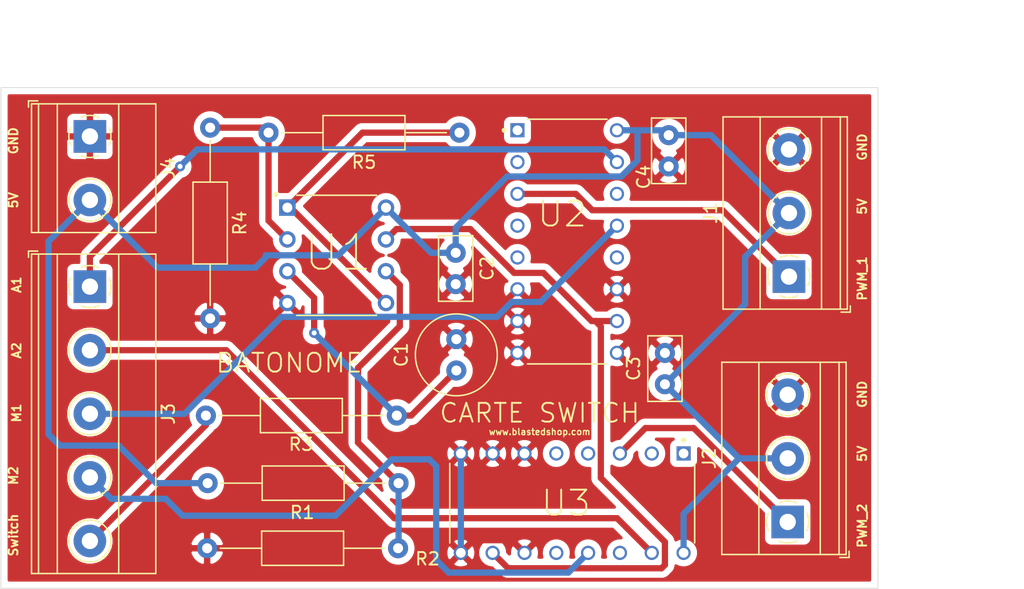
<source format=kicad_pcb>
(kicad_pcb (version 20171130) (host pcbnew "(5.1.10)-1")

  (general
    (thickness 1.6)
    (drawings 23)
    (tracks 111)
    (zones 0)
    (modules 16)
    (nets 27)
  )

  (page A4)
  (layers
    (0 F.Cu signal)
    (31 B.Cu signal)
    (32 B.Adhes user)
    (33 F.Adhes user)
    (34 B.Paste user)
    (35 F.Paste user)
    (36 B.SilkS user)
    (37 F.SilkS user)
    (38 B.Mask user)
    (39 F.Mask user)
    (40 Dwgs.User user)
    (41 Cmts.User user)
    (42 Eco1.User user)
    (43 Eco2.User user)
    (44 Edge.Cuts user)
    (45 Margin user)
    (46 B.CrtYd user)
    (47 F.CrtYd user)
    (48 B.Fab user)
    (49 F.Fab user)
  )

  (setup
    (last_trace_width 0.5)
    (user_trace_width 0.5)
    (user_trace_width 5)
    (trace_clearance 0.2)
    (zone_clearance 0.508)
    (zone_45_only no)
    (trace_min 0.2)
    (via_size 0.8)
    (via_drill 0.4)
    (via_min_size 0.4)
    (via_min_drill 0.3)
    (uvia_size 0.3)
    (uvia_drill 0.1)
    (uvias_allowed no)
    (uvia_min_size 0.2)
    (uvia_min_drill 0.1)
    (edge_width 0.05)
    (segment_width 0.2)
    (pcb_text_width 0.3)
    (pcb_text_size 1.5 1.5)
    (mod_edge_width 0.12)
    (mod_text_size 1 1)
    (mod_text_width 0.15)
    (pad_size 1.524 1.524)
    (pad_drill 0.762)
    (pad_to_mask_clearance 0)
    (aux_axis_origin 0 0)
    (visible_elements 7FFFFFFF)
    (pcbplotparams
      (layerselection 0x010fc_ffffffff)
      (usegerberextensions false)
      (usegerberattributes true)
      (usegerberadvancedattributes true)
      (creategerberjobfile true)
      (excludeedgelayer true)
      (linewidth 0.100000)
      (plotframeref false)
      (viasonmask false)
      (mode 1)
      (useauxorigin false)
      (hpglpennumber 1)
      (hpglpenspeed 20)
      (hpglpendiameter 15.000000)
      (psnegative false)
      (psa4output false)
      (plotreference true)
      (plotvalue true)
      (plotinvisibletext false)
      (padsonsilk false)
      (subtractmaskfromsilk false)
      (outputformat 1)
      (mirror false)
      (drillshape 0)
      (scaleselection 1)
      (outputdirectory "GERBER_BATO_Erwan/"))
  )

  (net 0 "")
  (net 1 GND)
  (net 2 Vref)
  (net 3 PWM_M_2)
  (net 4 PWM_M_1)
  (net 5 PWM_A_2)
  (net 6 PWM_A_1)
  (net 7 +5V)
  (net 8 PWM_2)
  (net 9 PWM_1)
  (net 10 "Net-(R4-Pad1)")
  (net 11 Vboost)
  (net 12 "Net-(U1-Pad7)")
  (net 13 "Net-(U2-Pad12)")
  (net 14 "Net-(U2-Pad5)")
  (net 15 "Net-(U2-Pad4)")
  (net 16 "Net-(U2-Pad2)")
  (net 17 "Net-(U2-Pad1)")
  (net 18 "Net-(U3-Pad12)")
  (net 19 "Net-(U3-Pad5)")
  (net 20 "Net-(U3-Pad4)")
  (net 21 "Net-(U3-Pad2)")
  (net 22 "Net-(U3-Pad1)")
  (net 23 "Net-(C1-Pad1)")
  (net 24 SWITCH)
  (net 25 "Net-(U2-Pad14)")
  (net 26 "Net-(U3-Pad14)")

  (net_class Default "This is the default net class."
    (clearance 0.2)
    (trace_width 0.25)
    (via_dia 0.8)
    (via_drill 0.4)
    (uvia_dia 0.3)
    (uvia_drill 0.1)
    (add_net +5V)
    (add_net GND)
    (add_net "Net-(C1-Pad1)")
    (add_net "Net-(R4-Pad1)")
    (add_net "Net-(U1-Pad7)")
    (add_net "Net-(U2-Pad1)")
    (add_net "Net-(U2-Pad12)")
    (add_net "Net-(U2-Pad14)")
    (add_net "Net-(U2-Pad2)")
    (add_net "Net-(U2-Pad4)")
    (add_net "Net-(U2-Pad5)")
    (add_net "Net-(U3-Pad1)")
    (add_net "Net-(U3-Pad12)")
    (add_net "Net-(U3-Pad14)")
    (add_net "Net-(U3-Pad2)")
    (add_net "Net-(U3-Pad4)")
    (add_net "Net-(U3-Pad5)")
    (add_net PWM_1)
    (add_net PWM_2)
    (add_net PWM_A_1)
    (add_net PWM_A_2)
    (add_net PWM_M_1)
    (add_net PWM_M_2)
    (add_net SWITCH)
    (add_net Vboost)
    (add_net Vref)
  )

  (module TerminalBlock_Phoenix:TerminalBlock_Phoenix_MKDS-1,5-3-5.08_1x03_P5.08mm_Horizontal (layer F.Cu) (tedit 5B294EBC) (tstamp 641B41EA)
    (at 156.8 73.7 90)
    (descr "Terminal Block Phoenix MKDS-1,5-3-5.08, 3 pins, pitch 5.08mm, size 15.2x9.8mm^2, drill diamater 1.3mm, pad diameter 2.6mm, see http://www.farnell.com/datasheets/100425.pdf, script-generated using https://github.com/pointhi/kicad-footprint-generator/scripts/TerminalBlock_Phoenix")
    (tags "THT Terminal Block Phoenix MKDS-1,5-3-5.08 pitch 5.08mm size 15.2x9.8mm^2 drill 1.3mm pad 2.6mm")
    (path /641BB74C)
    (fp_text reference J2 (at 5.08 -6.26 90) (layer F.SilkS)
      (effects (font (size 1 1) (thickness 0.15)))
    )
    (fp_text value Conn_01x03 (at 5.08 5.66 90) (layer F.Fab)
      (effects (font (size 1 1) (thickness 0.15)))
    )
    (fp_line (start 13.21 -5.71) (end -3.04 -5.71) (layer F.CrtYd) (width 0.05))
    (fp_line (start 13.21 5.1) (end 13.21 -5.71) (layer F.CrtYd) (width 0.05))
    (fp_line (start -3.04 5.1) (end 13.21 5.1) (layer F.CrtYd) (width 0.05))
    (fp_line (start -3.04 -5.71) (end -3.04 5.1) (layer F.CrtYd) (width 0.05))
    (fp_line (start -2.84 4.9) (end -2.34 4.9) (layer F.SilkS) (width 0.12))
    (fp_line (start -2.84 4.16) (end -2.84 4.9) (layer F.SilkS) (width 0.12))
    (fp_line (start 8.933 1.023) (end 8.886 1.069) (layer F.SilkS) (width 0.12))
    (fp_line (start 11.23 -1.275) (end 11.195 -1.239) (layer F.SilkS) (width 0.12))
    (fp_line (start 9.126 1.239) (end 9.091 1.274) (layer F.SilkS) (width 0.12))
    (fp_line (start 11.435 -1.069) (end 11.388 -1.023) (layer F.SilkS) (width 0.12))
    (fp_line (start 11.115 -1.138) (end 9.023 0.955) (layer F.Fab) (width 0.1))
    (fp_line (start 11.298 -0.955) (end 9.206 1.138) (layer F.Fab) (width 0.1))
    (fp_line (start 3.853 1.023) (end 3.806 1.069) (layer F.SilkS) (width 0.12))
    (fp_line (start 6.15 -1.275) (end 6.115 -1.239) (layer F.SilkS) (width 0.12))
    (fp_line (start 4.046 1.239) (end 4.011 1.274) (layer F.SilkS) (width 0.12))
    (fp_line (start 6.355 -1.069) (end 6.308 -1.023) (layer F.SilkS) (width 0.12))
    (fp_line (start 6.035 -1.138) (end 3.943 0.955) (layer F.Fab) (width 0.1))
    (fp_line (start 6.218 -0.955) (end 4.126 1.138) (layer F.Fab) (width 0.1))
    (fp_line (start 0.955 -1.138) (end -1.138 0.955) (layer F.Fab) (width 0.1))
    (fp_line (start 1.138 -0.955) (end -0.955 1.138) (layer F.Fab) (width 0.1))
    (fp_line (start 12.76 -5.261) (end 12.76 4.66) (layer F.SilkS) (width 0.12))
    (fp_line (start -2.6 -5.261) (end -2.6 4.66) (layer F.SilkS) (width 0.12))
    (fp_line (start -2.6 4.66) (end 12.76 4.66) (layer F.SilkS) (width 0.12))
    (fp_line (start -2.6 -5.261) (end 12.76 -5.261) (layer F.SilkS) (width 0.12))
    (fp_line (start -2.6 -2.301) (end 12.76 -2.301) (layer F.SilkS) (width 0.12))
    (fp_line (start -2.54 -2.3) (end 12.7 -2.3) (layer F.Fab) (width 0.1))
    (fp_line (start -2.6 2.6) (end 12.76 2.6) (layer F.SilkS) (width 0.12))
    (fp_line (start -2.54 2.6) (end 12.7 2.6) (layer F.Fab) (width 0.1))
    (fp_line (start -2.6 4.1) (end 12.76 4.1) (layer F.SilkS) (width 0.12))
    (fp_line (start -2.54 4.1) (end 12.7 4.1) (layer F.Fab) (width 0.1))
    (fp_line (start -2.54 4.1) (end -2.54 -5.2) (layer F.Fab) (width 0.1))
    (fp_line (start -2.04 4.6) (end -2.54 4.1) (layer F.Fab) (width 0.1))
    (fp_line (start 12.7 4.6) (end -2.04 4.6) (layer F.Fab) (width 0.1))
    (fp_line (start 12.7 -5.2) (end 12.7 4.6) (layer F.Fab) (width 0.1))
    (fp_line (start -2.54 -5.2) (end 12.7 -5.2) (layer F.Fab) (width 0.1))
    (fp_circle (center 10.16 0) (end 11.84 0) (layer F.SilkS) (width 0.12))
    (fp_circle (center 10.16 0) (end 11.66 0) (layer F.Fab) (width 0.1))
    (fp_circle (center 5.08 0) (end 6.76 0) (layer F.SilkS) (width 0.12))
    (fp_circle (center 5.08 0) (end 6.58 0) (layer F.Fab) (width 0.1))
    (fp_circle (center 0 0) (end 1.5 0) (layer F.Fab) (width 0.1))
    (fp_text user %R (at 5.08 3.2 90) (layer F.Fab)
      (effects (font (size 1 1) (thickness 0.15)))
    )
    (fp_arc (start 0 0) (end -0.684 1.535) (angle -25) (layer F.SilkS) (width 0.12))
    (fp_arc (start 0 0) (end -1.535 -0.684) (angle -48) (layer F.SilkS) (width 0.12))
    (fp_arc (start 0 0) (end 0.684 -1.535) (angle -48) (layer F.SilkS) (width 0.12))
    (fp_arc (start 0 0) (end 1.535 0.684) (angle -48) (layer F.SilkS) (width 0.12))
    (fp_arc (start 0 0) (end 0 1.68) (angle -24) (layer F.SilkS) (width 0.12))
    (pad 3 thru_hole circle (at 10.16 0 90) (size 2.6 2.6) (drill 1.3) (layers *.Cu *.Mask)
      (net 1 GND))
    (pad 2 thru_hole circle (at 5.08 0 90) (size 2.6 2.6) (drill 1.3) (layers *.Cu *.Mask)
      (net 7 +5V))
    (pad 1 thru_hole rect (at 0 0 90) (size 2.6 2.6) (drill 1.3) (layers *.Cu *.Mask)
      (net 8 PWM_2))
    (model ${KISYS3DMOD}/TerminalBlock_Phoenix.3dshapes/TerminalBlock_Phoenix_MKDS-1,5-3-5.08_1x03_P5.08mm_Horizontal.wrl
      (at (xyz 0 0 0))
      (scale (xyz 1 1 1))
      (rotate (xyz 0 0 0))
    )
  )

  (module footprint:DIP787W46P254L927H533Q8 (layer F.Cu) (tedit 63BD14D7) (tstamp 63C04B38)
    (at 120.8 52.4)
    (path /63BD34AE)
    (fp_text reference U1 (at 0.1 -0.2) (layer F.SilkS)
      (effects (font (size 2.755976 2.755976) (thickness 0.15)))
    )
    (fp_text value MCP6242-E_P (at 0 6.5) (layer F.Fab)
      (effects (font (size 2.644008 2.644008) (thickness 0.15)))
    )
    (fp_line (start -5.13 5.21) (end 5.13 5.21) (layer F.CrtYd) (width 0.05))
    (fp_line (start 5.13 5.21) (end 5.13 -5.21) (layer F.CrtYd) (width 0.05))
    (fp_line (start 5.13 -5.21) (end -5.13 -5.21) (layer F.CrtYd) (width 0.05))
    (fp_line (start -5.13 -5.21) (end -5.13 5.21) (layer F.CrtYd) (width 0.05))
    (fp_line (start -3.18 4.8) (end -3.18 -4.8) (layer F.Fab) (width 0.127))
    (fp_line (start -3.18 -4.8) (end 3.18 -4.8) (layer F.SilkS) (width 0.127))
    (fp_line (start 3.18 -4.8) (end 3.18 4.8) (layer F.Fab) (width 0.127))
    (fp_line (start 3.18 4.8) (end -3.18 4.8) (layer F.SilkS) (width 0.127))
    (fp_circle (center -2.27 -4.05) (end -1.884125 -4.05) (layer F.Fab) (width 0.127))
    (fp_circle (center -4.85 -4.85) (end -4.75 -4.85) (layer F.SilkS) (width 0.2))
    (pad 7 thru_hole circle (at 3.935 -1.27) (size 1.308 1.308) (drill 0.8) (layers *.Cu *.Mask)
      (net 12 "Net-(U1-Pad7)"))
    (pad 6 thru_hole circle (at 3.935 1.27) (size 1.308 1.308) (drill 0.8) (layers *.Cu *.Mask)
      (net 2 Vref))
    (pad 8 thru_hole circle (at 3.935 -3.81) (size 1.308 1.308) (drill 0.8) (layers *.Cu *.Mask)
      (net 7 +5V))
    (pad 5 thru_hole circle (at 3.935 3.81) (size 1.308 1.308) (drill 0.8) (layers *.Cu *.Mask)
      (net 11 Vboost))
    (pad 1 thru_hole rect (at -3.935 -3.81) (size 1.308 1.308) (drill 0.8) (layers *.Cu *.Mask)
      (net 11 Vboost))
    (pad 4 thru_hole circle (at -3.935 3.81) (size 1.308 1.308) (drill 0.8) (layers *.Cu *.Mask)
      (net 1 GND))
    (pad 2 thru_hole circle (at -3.935 -1.27) (size 1.308 1.308) (drill 0.8) (layers *.Cu *.Mask)
      (net 10 "Net-(R4-Pad1)"))
    (pad 3 thru_hole circle (at -3.935 1.27) (size 1.308 1.308) (drill 0.8) (layers *.Cu *.Mask)
      (net 23 "Net-(C1-Pad1)"))
  )

  (module Capacitor_THT:C_Disc_D5.0mm_W2.5mm_P2.50mm (layer F.Cu) (tedit 5AE50EF0) (tstamp 63C56B6F)
    (at 147.3 42.8 270)
    (descr "C, Disc series, Radial, pin pitch=2.50mm, , diameter*width=5*2.5mm^2, Capacitor, http://cdn-reichelt.de/documents/datenblatt/B300/DS_KERKO_TC.pdf")
    (tags "C Disc series Radial pin pitch 2.50mm  diameter 5mm width 2.5mm Capacitor")
    (path /63C5AE52)
    (fp_text reference C4 (at 3.35 2 270) (layer F.SilkS)
      (effects (font (size 1 1) (thickness 0.15)))
    )
    (fp_text value 0,1u (at 1.25 2.5 90) (layer F.Fab)
      (effects (font (size 1 1) (thickness 0.15)))
    )
    (fp_line (start 4 -1.5) (end -1.5 -1.5) (layer F.CrtYd) (width 0.05))
    (fp_line (start 4 1.5) (end 4 -1.5) (layer F.CrtYd) (width 0.05))
    (fp_line (start -1.5 1.5) (end 4 1.5) (layer F.CrtYd) (width 0.05))
    (fp_line (start -1.5 -1.5) (end -1.5 1.5) (layer F.CrtYd) (width 0.05))
    (fp_line (start 3.87 -1.37) (end 3.87 1.37) (layer F.SilkS) (width 0.12))
    (fp_line (start -1.37 -1.37) (end -1.37 1.37) (layer F.SilkS) (width 0.12))
    (fp_line (start -1.37 1.37) (end 3.87 1.37) (layer F.SilkS) (width 0.12))
    (fp_line (start -1.37 -1.37) (end 3.87 -1.37) (layer F.SilkS) (width 0.12))
    (fp_line (start 3.75 -1.25) (end -1.25 -1.25) (layer F.Fab) (width 0.1))
    (fp_line (start 3.75 1.25) (end 3.75 -1.25) (layer F.Fab) (width 0.1))
    (fp_line (start -1.25 1.25) (end 3.75 1.25) (layer F.Fab) (width 0.1))
    (fp_line (start -1.25 -1.25) (end -1.25 1.25) (layer F.Fab) (width 0.1))
    (fp_text user %R (at 1.25 0 90) (layer F.Fab)
      (effects (font (size 1 1) (thickness 0.15)))
    )
    (pad 2 thru_hole circle (at 2.5 0 270) (size 1.6 1.6) (drill 0.8) (layers *.Cu *.Mask)
      (net 1 GND))
    (pad 1 thru_hole circle (at 0 0 270) (size 1.6 1.6) (drill 0.8) (layers *.Cu *.Mask)
      (net 7 +5V))
    (model ${KISYS3DMOD}/Capacitor_THT.3dshapes/C_Disc_D5.0mm_W2.5mm_P2.50mm.wrl
      (at (xyz 0 0 0))
      (scale (xyz 1 1 1))
      (rotate (xyz 0 0 0))
    )
  )

  (module Capacitor_THT:C_Disc_D5.0mm_W2.5mm_P2.50mm (layer F.Cu) (tedit 5AE50EF0) (tstamp 63C56B5C)
    (at 147 62.7 90)
    (descr "C, Disc series, Radial, pin pitch=2.50mm, , diameter*width=5*2.5mm^2, Capacitor, http://cdn-reichelt.de/documents/datenblatt/B300/DS_KERKO_TC.pdf")
    (tags "C Disc series Radial pin pitch 2.50mm  diameter 5mm width 2.5mm Capacitor")
    (path /63C63AE9)
    (fp_text reference C3 (at 1.25 -2.5 90) (layer F.SilkS)
      (effects (font (size 1 1) (thickness 0.15)))
    )
    (fp_text value 0,1u (at -2.15 0.25 180) (layer F.Fab)
      (effects (font (size 1 1) (thickness 0.15)))
    )
    (fp_line (start 4 -1.5) (end -1.5 -1.5) (layer F.CrtYd) (width 0.05))
    (fp_line (start 4 1.5) (end 4 -1.5) (layer F.CrtYd) (width 0.05))
    (fp_line (start -1.5 1.5) (end 4 1.5) (layer F.CrtYd) (width 0.05))
    (fp_line (start -1.5 -1.5) (end -1.5 1.5) (layer F.CrtYd) (width 0.05))
    (fp_line (start 3.87 -1.37) (end 3.87 1.37) (layer F.SilkS) (width 0.12))
    (fp_line (start -1.37 -1.37) (end -1.37 1.37) (layer F.SilkS) (width 0.12))
    (fp_line (start -1.37 1.37) (end 3.87 1.37) (layer F.SilkS) (width 0.12))
    (fp_line (start -1.37 -1.37) (end 3.87 -1.37) (layer F.SilkS) (width 0.12))
    (fp_line (start 3.75 -1.25) (end -1.25 -1.25) (layer F.Fab) (width 0.1))
    (fp_line (start 3.75 1.25) (end 3.75 -1.25) (layer F.Fab) (width 0.1))
    (fp_line (start -1.25 1.25) (end 3.75 1.25) (layer F.Fab) (width 0.1))
    (fp_line (start -1.25 -1.25) (end -1.25 1.25) (layer F.Fab) (width 0.1))
    (fp_text user %R (at 1.25 0 90) (layer F.Fab)
      (effects (font (size 1 1) (thickness 0.15)))
    )
    (pad 2 thru_hole circle (at 2.5 0 90) (size 1.6 1.6) (drill 0.8) (layers *.Cu *.Mask)
      (net 1 GND))
    (pad 1 thru_hole circle (at 0 0 90) (size 1.6 1.6) (drill 0.8) (layers *.Cu *.Mask)
      (net 7 +5V))
    (model ${KISYS3DMOD}/Capacitor_THT.3dshapes/C_Disc_D5.0mm_W2.5mm_P2.50mm.wrl
      (at (xyz 0 0 0))
      (scale (xyz 1 1 1))
      (rotate (xyz 0 0 0))
    )
  )

  (module Capacitor_THT:C_Disc_D5.0mm_W2.5mm_P2.50mm (layer F.Cu) (tedit 5AE50EF0) (tstamp 63C56B49)
    (at 130.3 52.2 270)
    (descr "C, Disc series, Radial, pin pitch=2.50mm, , diameter*width=5*2.5mm^2, Capacitor, http://cdn-reichelt.de/documents/datenblatt/B300/DS_KERKO_TC.pdf")
    (tags "C Disc series Radial pin pitch 2.50mm  diameter 5mm width 2.5mm Capacitor")
    (path /63C527F1)
    (fp_text reference C2 (at 1.25 -2.5 90) (layer F.SilkS)
      (effects (font (size 1 1) (thickness 0.15)))
    )
    (fp_text value 0,1u (at 1.25 2.5 90) (layer F.Fab)
      (effects (font (size 1 1) (thickness 0.15)))
    )
    (fp_line (start 4 -1.5) (end -1.5 -1.5) (layer F.CrtYd) (width 0.05))
    (fp_line (start 4 1.5) (end 4 -1.5) (layer F.CrtYd) (width 0.05))
    (fp_line (start -1.5 1.5) (end 4 1.5) (layer F.CrtYd) (width 0.05))
    (fp_line (start -1.5 -1.5) (end -1.5 1.5) (layer F.CrtYd) (width 0.05))
    (fp_line (start 3.87 -1.37) (end 3.87 1.37) (layer F.SilkS) (width 0.12))
    (fp_line (start -1.37 -1.37) (end -1.37 1.37) (layer F.SilkS) (width 0.12))
    (fp_line (start -1.37 1.37) (end 3.87 1.37) (layer F.SilkS) (width 0.12))
    (fp_line (start -1.37 -1.37) (end 3.87 -1.37) (layer F.SilkS) (width 0.12))
    (fp_line (start 3.75 -1.25) (end -1.25 -1.25) (layer F.Fab) (width 0.1))
    (fp_line (start 3.75 1.25) (end 3.75 -1.25) (layer F.Fab) (width 0.1))
    (fp_line (start -1.25 1.25) (end 3.75 1.25) (layer F.Fab) (width 0.1))
    (fp_line (start -1.25 -1.25) (end -1.25 1.25) (layer F.Fab) (width 0.1))
    (fp_text user %R (at 1.25 0 90) (layer F.Fab)
      (effects (font (size 1 1) (thickness 0.15)))
    )
    (pad 2 thru_hole circle (at 2.5 0 270) (size 1.6 1.6) (drill 0.8) (layers *.Cu *.Mask)
      (net 1 GND))
    (pad 1 thru_hole circle (at 0 0 270) (size 1.6 1.6) (drill 0.8) (layers *.Cu *.Mask)
      (net 7 +5V))
    (model ${KISYS3DMOD}/Capacitor_THT.3dshapes/C_Disc_D5.0mm_W2.5mm_P2.50mm.wrl
      (at (xyz 0 0 0))
      (scale (xyz 1 1 1))
      (rotate (xyz 0 0 0))
    )
  )

  (module footprint:DIP794W45P254L1969H508Q16 (layer F.Cu) (tedit 63BFC199) (tstamp 63C04B78)
    (at 139.6 72.2 270)
    (path /63C0492A)
    (fp_text reference U3 (at 0 0.5) (layer F.SilkS)
      (effects (font (size 2 2) (thickness 0.15)))
    )
    (fp_text value CD4051B (at 1.9 11.1 90) (layer F.Fab)
      (effects (font (size 1 1) (thickness 0.15)))
    )
    (fp_circle (center -5.035 -8.89) (end -4.935 -8.89) (layer F.SilkS) (width 0.2))
    (fp_circle (center -5.035 -8.89) (end -4.935 -8.89) (layer F.Fab) (width 0.2))
    (fp_line (start -3.175 -9.6525) (end 3.175 -9.6525) (layer F.Fab) (width 0.127))
    (fp_line (start -3.175 9.6525) (end 3.175 9.6525) (layer F.Fab) (width 0.127))
    (fp_line (start -3.175 -9.775) (end 3.175 -9.775) (layer F.SilkS) (width 0.127))
    (fp_line (start -3.175 9.775) (end 3.175 9.775) (layer F.SilkS) (width 0.127))
    (fp_line (start -3.175 -9.6525) (end -3.175 9.6525) (layer F.Fab) (width 0.127))
    (fp_line (start 3.175 -9.6525) (end 3.175 9.6525) (layer F.Fab) (width 0.127))
    (fp_line (start 4.785 -10.095) (end -4.785 -10.095) (layer F.CrtYd) (width 0.05))
    (fp_line (start 4.785 10.095) (end -4.785 10.095) (layer F.CrtYd) (width 0.05))
    (fp_line (start 4.785 -10.095) (end 4.785 10.095) (layer F.CrtYd) (width 0.05))
    (fp_line (start -4.785 -10.095) (end -4.785 10.095) (layer F.CrtYd) (width 0.05))
    (pad 16 thru_hole circle (at 3.97 -8.89 270) (size 1.13 1.13) (drill 0.78) (layers *.Cu *.Mask)
      (net 7 +5V))
    (pad 15 thru_hole circle (at 3.97 -6.35 270) (size 1.13 1.13) (drill 0.78) (layers *.Cu *.Mask)
      (net 5 PWM_A_2))
    (pad 14 thru_hole circle (at 3.97 -3.81 270) (size 1.13 1.13) (drill 0.78) (layers *.Cu *.Mask)
      (net 26 "Net-(U3-Pad14)"))
    (pad 13 thru_hole circle (at 3.97 -1.27 270) (size 1.13 1.13) (drill 0.78) (layers *.Cu *.Mask)
      (net 3 PWM_M_2))
    (pad 12 thru_hole circle (at 3.97 1.27 270) (size 1.13 1.13) (drill 0.78) (layers *.Cu *.Mask)
      (net 18 "Net-(U3-Pad12)"))
    (pad 11 thru_hole circle (at 3.97 3.81 270) (size 1.13 1.13) (drill 0.78) (layers *.Cu *.Mask)
      (net 1 GND))
    (pad 10 thru_hole circle (at 3.97 6.35 270) (size 1.13 1.13) (drill 0.78) (layers *.Cu *.Mask)
      (net 12 "Net-(U1-Pad7)"))
    (pad 9 thru_hole circle (at 3.97 8.89 270) (size 1.13 1.13) (drill 0.78) (layers *.Cu *.Mask)
      (net 1 GND))
    (pad 8 thru_hole circle (at -3.97 8.89 270) (size 1.13 1.13) (drill 0.78) (layers *.Cu *.Mask)
      (net 1 GND))
    (pad 7 thru_hole circle (at -3.97 6.35 270) (size 1.13 1.13) (drill 0.78) (layers *.Cu *.Mask)
      (net 1 GND))
    (pad 6 thru_hole circle (at -3.97 3.81 270) (size 1.13 1.13) (drill 0.78) (layers *.Cu *.Mask)
      (net 1 GND))
    (pad 5 thru_hole circle (at -3.97 1.27 270) (size 1.13 1.13) (drill 0.78) (layers *.Cu *.Mask)
      (net 19 "Net-(U3-Pad5)"))
    (pad 4 thru_hole circle (at -3.97 -1.27 270) (size 1.13 1.13) (drill 0.78) (layers *.Cu *.Mask)
      (net 20 "Net-(U3-Pad4)"))
    (pad 3 thru_hole circle (at -3.97 -3.81 270) (size 1.13 1.13) (drill 0.78) (layers *.Cu *.Mask)
      (net 8 PWM_2))
    (pad 2 thru_hole circle (at -3.97 -6.35 270) (size 1.13 1.13) (drill 0.78) (layers *.Cu *.Mask)
      (net 21 "Net-(U3-Pad2)"))
    (pad 1 thru_hole rect (at -3.97 -8.89 270) (size 1.13 1.13) (drill 0.78) (layers *.Cu *.Mask)
      (net 22 "Net-(U3-Pad1)"))
  )

  (module footprint:DIP794W45P254L1969H508Q16 (layer F.Cu) (tedit 63BFC199) (tstamp 63C04B58)
    (at 139.2 51.3)
    (path /63BFC4E3)
    (fp_text reference U2 (at -0.4 -2.2) (layer F.SilkS)
      (effects (font (size 2 2) (thickness 0.15)))
    )
    (fp_text value CD4051B (at -0.1 -0.7 90) (layer F.Fab)
      (effects (font (size 1 1) (thickness 0.15)))
    )
    (fp_circle (center -5.035 -8.89) (end -4.935 -8.89) (layer F.SilkS) (width 0.2))
    (fp_circle (center -5.035 -8.89) (end -4.935 -8.89) (layer F.Fab) (width 0.2))
    (fp_line (start -3.175 -9.6525) (end 3.175 -9.6525) (layer F.Fab) (width 0.127))
    (fp_line (start -3.175 9.6525) (end 3.175 9.6525) (layer F.Fab) (width 0.127))
    (fp_line (start -3.175 -9.775) (end 3.175 -9.775) (layer F.SilkS) (width 0.127))
    (fp_line (start -3.175 9.775) (end 3.175 9.775) (layer F.SilkS) (width 0.127))
    (fp_line (start -3.175 -9.6525) (end -3.175 9.6525) (layer F.Fab) (width 0.127))
    (fp_line (start 3.175 -9.6525) (end 3.175 9.6525) (layer F.Fab) (width 0.127))
    (fp_line (start 4.785 -10.095) (end -4.785 -10.095) (layer F.CrtYd) (width 0.05))
    (fp_line (start 4.785 10.095) (end -4.785 10.095) (layer F.CrtYd) (width 0.05))
    (fp_line (start 4.785 -10.095) (end 4.785 10.095) (layer F.CrtYd) (width 0.05))
    (fp_line (start -4.785 -10.095) (end -4.785 10.095) (layer F.CrtYd) (width 0.05))
    (pad 16 thru_hole circle (at 3.97 -8.89) (size 1.13 1.13) (drill 0.78) (layers *.Cu *.Mask)
      (net 7 +5V))
    (pad 15 thru_hole circle (at 3.97 -6.35) (size 1.13 1.13) (drill 0.78) (layers *.Cu *.Mask)
      (net 6 PWM_A_1))
    (pad 14 thru_hole circle (at 3.97 -3.81) (size 1.13 1.13) (drill 0.78) (layers *.Cu *.Mask)
      (net 25 "Net-(U2-Pad14)"))
    (pad 13 thru_hole circle (at 3.97 -1.27) (size 1.13 1.13) (drill 0.78) (layers *.Cu *.Mask)
      (net 4 PWM_M_1))
    (pad 12 thru_hole circle (at 3.97 1.27) (size 1.13 1.13) (drill 0.78) (layers *.Cu *.Mask)
      (net 13 "Net-(U2-Pad12)"))
    (pad 11 thru_hole circle (at 3.97 3.81) (size 1.13 1.13) (drill 0.78) (layers *.Cu *.Mask)
      (net 1 GND))
    (pad 10 thru_hole circle (at 3.97 6.35) (size 1.13 1.13) (drill 0.78) (layers *.Cu *.Mask)
      (net 12 "Net-(U1-Pad7)"))
    (pad 9 thru_hole circle (at 3.97 8.89) (size 1.13 1.13) (drill 0.78) (layers *.Cu *.Mask)
      (net 1 GND))
    (pad 8 thru_hole circle (at -3.97 8.89) (size 1.13 1.13) (drill 0.78) (layers *.Cu *.Mask)
      (net 1 GND))
    (pad 7 thru_hole circle (at -3.97 6.35) (size 1.13 1.13) (drill 0.78) (layers *.Cu *.Mask)
      (net 1 GND))
    (pad 6 thru_hole circle (at -3.97 3.81) (size 1.13 1.13) (drill 0.78) (layers *.Cu *.Mask)
      (net 1 GND))
    (pad 5 thru_hole circle (at -3.97 1.27) (size 1.13 1.13) (drill 0.78) (layers *.Cu *.Mask)
      (net 14 "Net-(U2-Pad5)"))
    (pad 4 thru_hole circle (at -3.97 -1.27) (size 1.13 1.13) (drill 0.78) (layers *.Cu *.Mask)
      (net 15 "Net-(U2-Pad4)"))
    (pad 3 thru_hole circle (at -3.97 -3.81) (size 1.13 1.13) (drill 0.78) (layers *.Cu *.Mask)
      (net 9 PWM_1))
    (pad 2 thru_hole circle (at -3.97 -6.35) (size 1.13 1.13) (drill 0.78) (layers *.Cu *.Mask)
      (net 16 "Net-(U2-Pad2)"))
    (pad 1 thru_hole rect (at -3.97 -8.89) (size 1.13 1.13) (drill 0.78) (layers *.Cu *.Mask)
      (net 17 "Net-(U2-Pad1)"))
  )

  (module Resistor_THT:R_Axial_DIN0207_L6.3mm_D2.5mm_P15.24mm_Horizontal (layer F.Cu) (tedit 5AE5139B) (tstamp 63C04B22)
    (at 130.6 42.6 180)
    (descr "Resistor, Axial_DIN0207 series, Axial, Horizontal, pin pitch=15.24mm, 0.25W = 1/4W, length*diameter=6.3*2.5mm^2, http://cdn-reichelt.de/documents/datenblatt/B400/1_4W%23YAG.pdf")
    (tags "Resistor Axial_DIN0207 series Axial Horizontal pin pitch 15.24mm 0.25W = 1/4W length 6.3mm diameter 2.5mm")
    (path /63BDDA20)
    (fp_text reference R5 (at 7.62 -2.37) (layer F.SilkS)
      (effects (font (size 1 1) (thickness 0.15)))
    )
    (fp_text value 9k (at 7.62 2.37) (layer F.Fab)
      (effects (font (size 1 1) (thickness 0.15)))
    )
    (fp_line (start 4.47 -1.25) (end 4.47 1.25) (layer F.Fab) (width 0.1))
    (fp_line (start 4.47 1.25) (end 10.77 1.25) (layer F.Fab) (width 0.1))
    (fp_line (start 10.77 1.25) (end 10.77 -1.25) (layer F.Fab) (width 0.1))
    (fp_line (start 10.77 -1.25) (end 4.47 -1.25) (layer F.Fab) (width 0.1))
    (fp_line (start 0 0) (end 4.47 0) (layer F.Fab) (width 0.1))
    (fp_line (start 15.24 0) (end 10.77 0) (layer F.Fab) (width 0.1))
    (fp_line (start 4.35 -1.37) (end 4.35 1.37) (layer F.SilkS) (width 0.12))
    (fp_line (start 4.35 1.37) (end 10.89 1.37) (layer F.SilkS) (width 0.12))
    (fp_line (start 10.89 1.37) (end 10.89 -1.37) (layer F.SilkS) (width 0.12))
    (fp_line (start 10.89 -1.37) (end 4.35 -1.37) (layer F.SilkS) (width 0.12))
    (fp_line (start 1.04 0) (end 4.35 0) (layer F.SilkS) (width 0.12))
    (fp_line (start 14.2 0) (end 10.89 0) (layer F.SilkS) (width 0.12))
    (fp_line (start -1.05 -1.5) (end -1.05 1.5) (layer F.CrtYd) (width 0.05))
    (fp_line (start -1.05 1.5) (end 16.29 1.5) (layer F.CrtYd) (width 0.05))
    (fp_line (start 16.29 1.5) (end 16.29 -1.5) (layer F.CrtYd) (width 0.05))
    (fp_line (start 16.29 -1.5) (end -1.05 -1.5) (layer F.CrtYd) (width 0.05))
    (fp_text user %R (at 7.4 0.15) (layer F.Fab)
      (effects (font (size 1 1) (thickness 0.15)))
    )
    (pad 2 thru_hole oval (at 15.24 0 180) (size 1.6 1.6) (drill 0.8) (layers *.Cu *.Mask)
      (net 10 "Net-(R4-Pad1)"))
    (pad 1 thru_hole circle (at 0 0 180) (size 1.6 1.6) (drill 0.8) (layers *.Cu *.Mask)
      (net 11 Vboost))
    (model ${KISYS3DMOD}/Resistor_THT.3dshapes/R_Axial_DIN0207_L6.3mm_D2.5mm_P15.24mm_Horizontal.wrl
      (at (xyz 0 0 0))
      (scale (xyz 1 1 1))
      (rotate (xyz 0 0 0))
    )
  )

  (module Resistor_THT:R_Axial_DIN0207_L6.3mm_D2.5mm_P15.24mm_Horizontal (layer F.Cu) (tedit 5AE5139B) (tstamp 63C04B0B)
    (at 110.7 42.2 270)
    (descr "Resistor, Axial_DIN0207 series, Axial, Horizontal, pin pitch=15.24mm, 0.25W = 1/4W, length*diameter=6.3*2.5mm^2, http://cdn-reichelt.de/documents/datenblatt/B400/1_4W%23YAG.pdf")
    (tags "Resistor Axial_DIN0207 series Axial Horizontal pin pitch 15.24mm 0.25W = 1/4W length 6.3mm diameter 2.5mm")
    (path /63BDE579)
    (fp_text reference R4 (at 7.62 -2.37 90) (layer F.SilkS)
      (effects (font (size 1 1) (thickness 0.15)))
    )
    (fp_text value 1k (at 7.62 2.37 90) (layer F.Fab)
      (effects (font (size 1 1) (thickness 0.15)))
    )
    (fp_line (start 4.47 -1.25) (end 4.47 1.25) (layer F.Fab) (width 0.1))
    (fp_line (start 4.47 1.25) (end 10.77 1.25) (layer F.Fab) (width 0.1))
    (fp_line (start 10.77 1.25) (end 10.77 -1.25) (layer F.Fab) (width 0.1))
    (fp_line (start 10.77 -1.25) (end 4.47 -1.25) (layer F.Fab) (width 0.1))
    (fp_line (start 0 0) (end 4.47 0) (layer F.Fab) (width 0.1))
    (fp_line (start 15.24 0) (end 10.77 0) (layer F.Fab) (width 0.1))
    (fp_line (start 4.35 -1.37) (end 4.35 1.37) (layer F.SilkS) (width 0.12))
    (fp_line (start 4.35 1.37) (end 10.89 1.37) (layer F.SilkS) (width 0.12))
    (fp_line (start 10.89 1.37) (end 10.89 -1.37) (layer F.SilkS) (width 0.12))
    (fp_line (start 10.89 -1.37) (end 4.35 -1.37) (layer F.SilkS) (width 0.12))
    (fp_line (start 1.04 0) (end 4.35 0) (layer F.SilkS) (width 0.12))
    (fp_line (start 14.2 0) (end 10.89 0) (layer F.SilkS) (width 0.12))
    (fp_line (start -1.05 -1.5) (end -1.05 1.5) (layer F.CrtYd) (width 0.05))
    (fp_line (start -1.05 1.5) (end 16.29 1.5) (layer F.CrtYd) (width 0.05))
    (fp_line (start 16.29 1.5) (end 16.29 -1.5) (layer F.CrtYd) (width 0.05))
    (fp_line (start 16.29 -1.5) (end -1.05 -1.5) (layer F.CrtYd) (width 0.05))
    (fp_text user %R (at 7.62 0 90) (layer F.Fab)
      (effects (font (size 1 1) (thickness 0.15)))
    )
    (pad 2 thru_hole oval (at 15.24 0 270) (size 1.6 1.6) (drill 0.8) (layers *.Cu *.Mask)
      (net 1 GND))
    (pad 1 thru_hole circle (at 0 0 270) (size 1.6 1.6) (drill 0.8) (layers *.Cu *.Mask)
      (net 10 "Net-(R4-Pad1)"))
    (model ${KISYS3DMOD}/Resistor_THT.3dshapes/R_Axial_DIN0207_L6.3mm_D2.5mm_P15.24mm_Horizontal.wrl
      (at (xyz 0 0 0))
      (scale (xyz 1 1 1))
      (rotate (xyz 0 0 0))
    )
  )

  (module Resistor_THT:R_Axial_DIN0207_L6.3mm_D2.5mm_P15.24mm_Horizontal (layer F.Cu) (tedit 5AE5139B) (tstamp 63C04AF4)
    (at 125.6 65.2 180)
    (descr "Resistor, Axial_DIN0207 series, Axial, Horizontal, pin pitch=15.24mm, 0.25W = 1/4W, length*diameter=6.3*2.5mm^2, http://cdn-reichelt.de/documents/datenblatt/B400/1_4W%23YAG.pdf")
    (tags "Resistor Axial_DIN0207 series Axial Horizontal pin pitch 15.24mm 0.25W = 1/4W length 6.3mm diameter 2.5mm")
    (path /63BD140D)
    (fp_text reference R3 (at 7.65 -2.3) (layer F.SilkS)
      (effects (font (size 1 1) (thickness 0.15)))
    )
    (fp_text value 330k (at 7.62 2.37) (layer F.Fab)
      (effects (font (size 1 1) (thickness 0.15)))
    )
    (fp_line (start 4.47 -1.25) (end 4.47 1.25) (layer F.Fab) (width 0.1))
    (fp_line (start 4.47 1.25) (end 10.77 1.25) (layer F.Fab) (width 0.1))
    (fp_line (start 10.77 1.25) (end 10.77 -1.25) (layer F.Fab) (width 0.1))
    (fp_line (start 10.77 -1.25) (end 4.47 -1.25) (layer F.Fab) (width 0.1))
    (fp_line (start 0 0) (end 4.47 0) (layer F.Fab) (width 0.1))
    (fp_line (start 15.24 0) (end 10.77 0) (layer F.Fab) (width 0.1))
    (fp_line (start 4.35 -1.37) (end 4.35 1.37) (layer F.SilkS) (width 0.12))
    (fp_line (start 4.35 1.37) (end 10.89 1.37) (layer F.SilkS) (width 0.12))
    (fp_line (start 10.89 1.37) (end 10.89 -1.37) (layer F.SilkS) (width 0.12))
    (fp_line (start 10.89 -1.37) (end 4.35 -1.37) (layer F.SilkS) (width 0.12))
    (fp_line (start 1.04 0) (end 4.35 0) (layer F.SilkS) (width 0.12))
    (fp_line (start 14.2 0) (end 10.89 0) (layer F.SilkS) (width 0.12))
    (fp_line (start -1.05 -1.5) (end -1.05 1.5) (layer F.CrtYd) (width 0.05))
    (fp_line (start -1.05 1.5) (end 16.29 1.5) (layer F.CrtYd) (width 0.05))
    (fp_line (start 16.29 1.5) (end 16.29 -1.5) (layer F.CrtYd) (width 0.05))
    (fp_line (start 16.29 -1.5) (end -1.05 -1.5) (layer F.CrtYd) (width 0.05))
    (fp_text user %R (at 7.62 0) (layer F.Fab)
      (effects (font (size 1 1) (thickness 0.15)))
    )
    (pad 2 thru_hole oval (at 15.24 0 180) (size 1.6 1.6) (drill 0.8) (layers *.Cu *.Mask)
      (net 24 SWITCH))
    (pad 1 thru_hole circle (at 0 0 180) (size 1.6 1.6) (drill 0.8) (layers *.Cu *.Mask)
      (net 23 "Net-(C1-Pad1)"))
    (model ${KISYS3DMOD}/Resistor_THT.3dshapes/R_Axial_DIN0207_L6.3mm_D2.5mm_P15.24mm_Horizontal.wrl
      (at (xyz 0 0 0))
      (scale (xyz 1 1 1))
      (rotate (xyz 0 0 0))
    )
  )

  (module Resistor_THT:R_Axial_DIN0207_L6.3mm_D2.5mm_P15.24mm_Horizontal (layer F.Cu) (tedit 5AE5139B) (tstamp 63C04ADD)
    (at 125.7 75.8 180)
    (descr "Resistor, Axial_DIN0207 series, Axial, Horizontal, pin pitch=15.24mm, 0.25W = 1/4W, length*diameter=6.3*2.5mm^2, http://cdn-reichelt.de/documents/datenblatt/B400/1_4W%23YAG.pdf")
    (tags "Resistor Axial_DIN0207 series Axial Horizontal pin pitch 15.24mm 0.25W = 1/4W length 6.3mm diameter 2.5mm")
    (path /63BD631C)
    (fp_text reference R2 (at -2.35 -0.85) (layer F.SilkS)
      (effects (font (size 1 1) (thickness 0.15)))
    )
    (fp_text value 100k (at 7.62 2.37) (layer F.Fab)
      (effects (font (size 1 1) (thickness 0.15)))
    )
    (fp_line (start 4.47 -1.25) (end 4.47 1.25) (layer F.Fab) (width 0.1))
    (fp_line (start 4.47 1.25) (end 10.77 1.25) (layer F.Fab) (width 0.1))
    (fp_line (start 10.77 1.25) (end 10.77 -1.25) (layer F.Fab) (width 0.1))
    (fp_line (start 10.77 -1.25) (end 4.47 -1.25) (layer F.Fab) (width 0.1))
    (fp_line (start 0 0) (end 4.47 0) (layer F.Fab) (width 0.1))
    (fp_line (start 15.24 0) (end 10.77 0) (layer F.Fab) (width 0.1))
    (fp_line (start 4.35 -1.37) (end 4.35 1.37) (layer F.SilkS) (width 0.12))
    (fp_line (start 4.35 1.37) (end 10.89 1.37) (layer F.SilkS) (width 0.12))
    (fp_line (start 10.89 1.37) (end 10.89 -1.37) (layer F.SilkS) (width 0.12))
    (fp_line (start 10.89 -1.37) (end 4.35 -1.37) (layer F.SilkS) (width 0.12))
    (fp_line (start 1.04 0) (end 4.35 0) (layer F.SilkS) (width 0.12))
    (fp_line (start 14.2 0) (end 10.89 0) (layer F.SilkS) (width 0.12))
    (fp_line (start -1.05 -1.5) (end -1.05 1.5) (layer F.CrtYd) (width 0.05))
    (fp_line (start -1.05 1.5) (end 16.29 1.5) (layer F.CrtYd) (width 0.05))
    (fp_line (start 16.29 1.5) (end 16.29 -1.5) (layer F.CrtYd) (width 0.05))
    (fp_line (start 16.29 -1.5) (end -1.05 -1.5) (layer F.CrtYd) (width 0.05))
    (fp_text user %R (at 7.62 0) (layer F.Fab)
      (effects (font (size 1 1) (thickness 0.15)))
    )
    (pad 2 thru_hole oval (at 15.24 0 180) (size 1.6 1.6) (drill 0.8) (layers *.Cu *.Mask)
      (net 1 GND))
    (pad 1 thru_hole circle (at 0 0 180) (size 1.6 1.6) (drill 0.8) (layers *.Cu *.Mask)
      (net 2 Vref))
    (model ${KISYS3DMOD}/Resistor_THT.3dshapes/R_Axial_DIN0207_L6.3mm_D2.5mm_P15.24mm_Horizontal.wrl
      (at (xyz 0 0 0))
      (scale (xyz 1 1 1))
      (rotate (xyz 0 0 0))
    )
  )

  (module Resistor_THT:R_Axial_DIN0207_L6.3mm_D2.5mm_P15.24mm_Horizontal (layer F.Cu) (tedit 5AE5139B) (tstamp 63C04AC6)
    (at 110.5 70.6)
    (descr "Resistor, Axial_DIN0207 series, Axial, Horizontal, pin pitch=15.24mm, 0.25W = 1/4W, length*diameter=6.3*2.5mm^2, http://cdn-reichelt.de/documents/datenblatt/B400/1_4W%23YAG.pdf")
    (tags "Resistor Axial_DIN0207 series Axial Horizontal pin pitch 15.24mm 0.25W = 1/4W length 6.3mm diameter 2.5mm")
    (path /63BD5C69)
    (fp_text reference R1 (at 7.55 2.35) (layer F.SilkS)
      (effects (font (size 1 1) (thickness 0.15)))
    )
    (fp_text value 100k (at 7.62 2.37) (layer F.Fab)
      (effects (font (size 1 1) (thickness 0.15)))
    )
    (fp_line (start 4.47 -1.25) (end 4.47 1.25) (layer F.Fab) (width 0.1))
    (fp_line (start 4.47 1.25) (end 10.77 1.25) (layer F.Fab) (width 0.1))
    (fp_line (start 10.77 1.25) (end 10.77 -1.25) (layer F.Fab) (width 0.1))
    (fp_line (start 10.77 -1.25) (end 4.47 -1.25) (layer F.Fab) (width 0.1))
    (fp_line (start 0 0) (end 4.47 0) (layer F.Fab) (width 0.1))
    (fp_line (start 15.24 0) (end 10.77 0) (layer F.Fab) (width 0.1))
    (fp_line (start 4.35 -1.37) (end 4.35 1.37) (layer F.SilkS) (width 0.12))
    (fp_line (start 4.35 1.37) (end 10.89 1.37) (layer F.SilkS) (width 0.12))
    (fp_line (start 10.89 1.37) (end 10.89 -1.37) (layer F.SilkS) (width 0.12))
    (fp_line (start 10.89 -1.37) (end 4.35 -1.37) (layer F.SilkS) (width 0.12))
    (fp_line (start 1.04 0) (end 4.35 0) (layer F.SilkS) (width 0.12))
    (fp_line (start 14.2 0) (end 10.89 0) (layer F.SilkS) (width 0.12))
    (fp_line (start -1.05 -1.5) (end -1.05 1.5) (layer F.CrtYd) (width 0.05))
    (fp_line (start -1.05 1.5) (end 16.29 1.5) (layer F.CrtYd) (width 0.05))
    (fp_line (start 16.29 1.5) (end 16.29 -1.5) (layer F.CrtYd) (width 0.05))
    (fp_line (start 16.29 -1.5) (end -1.05 -1.5) (layer F.CrtYd) (width 0.05))
    (fp_text user %R (at 7.62 0) (layer F.Fab)
      (effects (font (size 1 1) (thickness 0.15)))
    )
    (pad 2 thru_hole oval (at 15.24 0) (size 1.6 1.6) (drill 0.8) (layers *.Cu *.Mask)
      (net 2 Vref))
    (pad 1 thru_hole circle (at 0 0) (size 1.6 1.6) (drill 0.8) (layers *.Cu *.Mask)
      (net 7 +5V))
    (model ${KISYS3DMOD}/Resistor_THT.3dshapes/R_Axial_DIN0207_L6.3mm_D2.5mm_P15.24mm_Horizontal.wrl
      (at (xyz 0 0 0))
      (scale (xyz 1 1 1))
      (rotate (xyz 0 0 0))
    )
  )

  (module Capacitor_THT:C_Radial_D6.3mm_H7.0mm_P2.50mm (layer F.Cu) (tedit 5BC5C9B9) (tstamp 63C04A41)
    (at 130.35 61.6 90)
    (descr "C, Radial series, Radial, pin pitch=2.50mm, diameter=6.3mm, height=7mm, Non-Polar Electrolytic Capacitor")
    (tags "C Radial series Radial pin pitch 2.50mm diameter 6.3mm height 7mm Non-Polar Electrolytic Capacitor")
    (path /63BD2295)
    (fp_text reference C1 (at 1.25 -4.4 90) (layer F.SilkS)
      (effects (font (size 1 1) (thickness 0.15)))
    )
    (fp_text value 10u (at 1.25 4.4 90) (layer F.Fab)
      (effects (font (size 1 1) (thickness 0.15)))
    )
    (fp_circle (center 1.25 0) (end 4.4 0) (layer F.Fab) (width 0.1))
    (fp_circle (center 1.25 0) (end 4.52 0) (layer F.SilkS) (width 0.12))
    (fp_circle (center 1.25 0) (end 4.65 0) (layer F.CrtYd) (width 0.05))
    (fp_text user %R (at 1.25 0 90) (layer F.Fab)
      (effects (font (size 1 1) (thickness 0.15)))
    )
    (pad 2 thru_hole circle (at 2.5 0 90) (size 1.6 1.6) (drill 0.8) (layers *.Cu *.Mask)
      (net 1 GND))
    (pad 1 thru_hole circle (at 0 0 90) (size 1.6 1.6) (drill 0.8) (layers *.Cu *.Mask)
      (net 23 "Net-(C1-Pad1)"))
    (model ${KISYS3DMOD}/Capacitor_THT.3dshapes/C_Radial_D6.3mm_H7.0mm_P2.50mm.wrl
      (at (xyz 0 0 0))
      (scale (xyz 1 1 1))
      (rotate (xyz 0 0 0))
    )
  )

  (module TerminalBlock_Phoenix:TerminalBlock_Phoenix_MKDS-1,5-5-5.08_1x05_P5.08mm_Horizontal (layer F.Cu) (tedit 5B294EBD) (tstamp 641C3C3D)
    (at 101.1 54.9 270)
    (descr "Terminal Block Phoenix MKDS-1,5-5-5.08, 5 pins, pitch 5.08mm, size 25.4x9.8mm^2, drill diamater 1.3mm, pad diameter 2.6mm, see http://www.farnell.com/datasheets/100425.pdf, script-generated using https://github.com/pointhi/kicad-footprint-generator/scripts/TerminalBlock_Phoenix")
    (tags "THT Terminal Block Phoenix MKDS-1,5-5-5.08 pitch 5.08mm size 25.4x9.8mm^2 drill 1.3mm pad 2.6mm")
    (path /6423FB26)
    (fp_text reference J3 (at 10.16 -6.26 90) (layer F.SilkS)
      (effects (font (size 1 1) (thickness 0.15)))
    )
    (fp_text value Conn_01x05 (at 10.16 5.66 90) (layer F.Fab)
      (effects (font (size 1 1) (thickness 0.15)))
    )
    (fp_line (start 23.36 -5.71) (end -3.04 -5.71) (layer F.CrtYd) (width 0.05))
    (fp_line (start 23.36 5.1) (end 23.36 -5.71) (layer F.CrtYd) (width 0.05))
    (fp_line (start -3.04 5.1) (end 23.36 5.1) (layer F.CrtYd) (width 0.05))
    (fp_line (start -3.04 -5.71) (end -3.04 5.1) (layer F.CrtYd) (width 0.05))
    (fp_line (start -2.84 4.9) (end -2.34 4.9) (layer F.SilkS) (width 0.12))
    (fp_line (start -2.84 4.16) (end -2.84 4.9) (layer F.SilkS) (width 0.12))
    (fp_line (start 19.093 1.023) (end 19.046 1.069) (layer F.SilkS) (width 0.12))
    (fp_line (start 21.39 -1.275) (end 21.355 -1.239) (layer F.SilkS) (width 0.12))
    (fp_line (start 19.286 1.239) (end 19.251 1.274) (layer F.SilkS) (width 0.12))
    (fp_line (start 21.595 -1.069) (end 21.548 -1.023) (layer F.SilkS) (width 0.12))
    (fp_line (start 21.275 -1.138) (end 19.183 0.955) (layer F.Fab) (width 0.1))
    (fp_line (start 21.458 -0.955) (end 19.366 1.138) (layer F.Fab) (width 0.1))
    (fp_line (start 14.013 1.023) (end 13.966 1.069) (layer F.SilkS) (width 0.12))
    (fp_line (start 16.31 -1.275) (end 16.275 -1.239) (layer F.SilkS) (width 0.12))
    (fp_line (start 14.206 1.239) (end 14.171 1.274) (layer F.SilkS) (width 0.12))
    (fp_line (start 16.515 -1.069) (end 16.468 -1.023) (layer F.SilkS) (width 0.12))
    (fp_line (start 16.195 -1.138) (end 14.103 0.955) (layer F.Fab) (width 0.1))
    (fp_line (start 16.378 -0.955) (end 14.286 1.138) (layer F.Fab) (width 0.1))
    (fp_line (start 8.933 1.023) (end 8.886 1.069) (layer F.SilkS) (width 0.12))
    (fp_line (start 11.23 -1.275) (end 11.195 -1.239) (layer F.SilkS) (width 0.12))
    (fp_line (start 9.126 1.239) (end 9.091 1.274) (layer F.SilkS) (width 0.12))
    (fp_line (start 11.435 -1.069) (end 11.388 -1.023) (layer F.SilkS) (width 0.12))
    (fp_line (start 11.115 -1.138) (end 9.023 0.955) (layer F.Fab) (width 0.1))
    (fp_line (start 11.298 -0.955) (end 9.206 1.138) (layer F.Fab) (width 0.1))
    (fp_line (start 3.853 1.023) (end 3.806 1.069) (layer F.SilkS) (width 0.12))
    (fp_line (start 6.15 -1.275) (end 6.115 -1.239) (layer F.SilkS) (width 0.12))
    (fp_line (start 4.046 1.239) (end 4.011 1.274) (layer F.SilkS) (width 0.12))
    (fp_line (start 6.355 -1.069) (end 6.308 -1.023) (layer F.SilkS) (width 0.12))
    (fp_line (start 6.035 -1.138) (end 3.943 0.955) (layer F.Fab) (width 0.1))
    (fp_line (start 6.218 -0.955) (end 4.126 1.138) (layer F.Fab) (width 0.1))
    (fp_line (start 0.955 -1.138) (end -1.138 0.955) (layer F.Fab) (width 0.1))
    (fp_line (start 1.138 -0.955) (end -0.955 1.138) (layer F.Fab) (width 0.1))
    (fp_line (start 22.92 -5.261) (end 22.92 4.66) (layer F.SilkS) (width 0.12))
    (fp_line (start -2.6 -5.261) (end -2.6 4.66) (layer F.SilkS) (width 0.12))
    (fp_line (start -2.6 4.66) (end 22.92 4.66) (layer F.SilkS) (width 0.12))
    (fp_line (start -2.6 -5.261) (end 22.92 -5.261) (layer F.SilkS) (width 0.12))
    (fp_line (start -2.6 -2.301) (end 22.92 -2.301) (layer F.SilkS) (width 0.12))
    (fp_line (start -2.54 -2.3) (end 22.86 -2.3) (layer F.Fab) (width 0.1))
    (fp_line (start -2.6 2.6) (end 22.92 2.6) (layer F.SilkS) (width 0.12))
    (fp_line (start -2.54 2.6) (end 22.86 2.6) (layer F.Fab) (width 0.1))
    (fp_line (start -2.6 4.1) (end 22.92 4.1) (layer F.SilkS) (width 0.12))
    (fp_line (start -2.54 4.1) (end 22.86 4.1) (layer F.Fab) (width 0.1))
    (fp_line (start -2.54 4.1) (end -2.54 -5.2) (layer F.Fab) (width 0.1))
    (fp_line (start -2.04 4.6) (end -2.54 4.1) (layer F.Fab) (width 0.1))
    (fp_line (start 22.86 4.6) (end -2.04 4.6) (layer F.Fab) (width 0.1))
    (fp_line (start 22.86 -5.2) (end 22.86 4.6) (layer F.Fab) (width 0.1))
    (fp_line (start -2.54 -5.2) (end 22.86 -5.2) (layer F.Fab) (width 0.1))
    (fp_circle (center 20.32 0) (end 22 0) (layer F.SilkS) (width 0.12))
    (fp_circle (center 20.32 0) (end 21.82 0) (layer F.Fab) (width 0.1))
    (fp_circle (center 15.24 0) (end 16.92 0) (layer F.SilkS) (width 0.12))
    (fp_circle (center 15.24 0) (end 16.74 0) (layer F.Fab) (width 0.1))
    (fp_circle (center 10.16 0) (end 11.84 0) (layer F.SilkS) (width 0.12))
    (fp_circle (center 10.16 0) (end 11.66 0) (layer F.Fab) (width 0.1))
    (fp_circle (center 5.08 0) (end 6.76 0) (layer F.SilkS) (width 0.12))
    (fp_circle (center 5.08 0) (end 6.58 0) (layer F.Fab) (width 0.1))
    (fp_circle (center 0 0) (end 1.5 0) (layer F.Fab) (width 0.1))
    (fp_arc (start 0 0) (end 0 1.68) (angle -24) (layer F.SilkS) (width 0.12))
    (fp_arc (start 0 0) (end 1.535 0.684) (angle -48) (layer F.SilkS) (width 0.12))
    (fp_arc (start 0 0) (end 0.684 -1.535) (angle -48) (layer F.SilkS) (width 0.12))
    (fp_arc (start 0 0) (end -1.535 -0.684) (angle -48) (layer F.SilkS) (width 0.12))
    (fp_arc (start 0 0) (end -0.684 1.535) (angle -25) (layer F.SilkS) (width 0.12))
    (fp_text user %R (at 10.16 3.2 90) (layer F.Fab)
      (effects (font (size 1 1) (thickness 0.15)))
    )
    (pad 1 thru_hole rect (at 0 0 270) (size 2.6 2.6) (drill 1.3) (layers *.Cu *.Mask)
      (net 6 PWM_A_1))
    (pad 2 thru_hole circle (at 5.08 0 270) (size 2.6 2.6) (drill 1.3) (layers *.Cu *.Mask)
      (net 5 PWM_A_2))
    (pad 3 thru_hole circle (at 10.16 0 270) (size 2.6 2.6) (drill 1.3) (layers *.Cu *.Mask)
      (net 4 PWM_M_1))
    (pad 4 thru_hole circle (at 15.24 0 270) (size 2.6 2.6) (drill 1.3) (layers *.Cu *.Mask)
      (net 3 PWM_M_2))
    (pad 5 thru_hole circle (at 20.32 0 270) (size 2.6 2.6) (drill 1.3) (layers *.Cu *.Mask)
      (net 24 SWITCH))
    (model ${KISYS3DMOD}/TerminalBlock_Phoenix.3dshapes/TerminalBlock_Phoenix_MKDS-1,5-5-5.08_1x05_P5.08mm_Horizontal.wrl
      (at (xyz 0 0 0))
      (scale (xyz 1 1 1))
      (rotate (xyz 0 0 0))
    )
  )

  (module TerminalBlock_Phoenix:TerminalBlock_Phoenix_MKDS-1,5-2-5.08_1x02_P5.08mm_Horizontal (layer F.Cu) (tedit 5B294EBC) (tstamp 641C3C69)
    (at 101.1 42.9 270)
    (descr "Terminal Block Phoenix MKDS-1,5-2-5.08, 2 pins, pitch 5.08mm, size 10.2x9.8mm^2, drill diamater 1.3mm, pad diameter 2.6mm, see http://www.farnell.com/datasheets/100425.pdf, script-generated using https://github.com/pointhi/kicad-footprint-generator/scripts/TerminalBlock_Phoenix")
    (tags "THT Terminal Block Phoenix MKDS-1,5-2-5.08 pitch 5.08mm size 10.2x9.8mm^2 drill 1.3mm pad 2.6mm")
    (path /6423766E)
    (fp_text reference J4 (at 2.54 -6.26 90) (layer F.SilkS)
      (effects (font (size 1 1) (thickness 0.15)))
    )
    (fp_text value Conn_01x02 (at 2.54 5.66 90) (layer F.Fab)
      (effects (font (size 1 1) (thickness 0.15)))
    )
    (fp_line (start 8.13 -5.71) (end -3.04 -5.71) (layer F.CrtYd) (width 0.05))
    (fp_line (start 8.13 5.1) (end 8.13 -5.71) (layer F.CrtYd) (width 0.05))
    (fp_line (start -3.04 5.1) (end 8.13 5.1) (layer F.CrtYd) (width 0.05))
    (fp_line (start -3.04 -5.71) (end -3.04 5.1) (layer F.CrtYd) (width 0.05))
    (fp_line (start -2.84 4.9) (end -2.34 4.9) (layer F.SilkS) (width 0.12))
    (fp_line (start -2.84 4.16) (end -2.84 4.9) (layer F.SilkS) (width 0.12))
    (fp_line (start 3.853 1.023) (end 3.806 1.069) (layer F.SilkS) (width 0.12))
    (fp_line (start 6.15 -1.275) (end 6.115 -1.239) (layer F.SilkS) (width 0.12))
    (fp_line (start 4.046 1.239) (end 4.011 1.274) (layer F.SilkS) (width 0.12))
    (fp_line (start 6.355 -1.069) (end 6.308 -1.023) (layer F.SilkS) (width 0.12))
    (fp_line (start 6.035 -1.138) (end 3.943 0.955) (layer F.Fab) (width 0.1))
    (fp_line (start 6.218 -0.955) (end 4.126 1.138) (layer F.Fab) (width 0.1))
    (fp_line (start 0.955 -1.138) (end -1.138 0.955) (layer F.Fab) (width 0.1))
    (fp_line (start 1.138 -0.955) (end -0.955 1.138) (layer F.Fab) (width 0.1))
    (fp_line (start 7.68 -5.261) (end 7.68 4.66) (layer F.SilkS) (width 0.12))
    (fp_line (start -2.6 -5.261) (end -2.6 4.66) (layer F.SilkS) (width 0.12))
    (fp_line (start -2.6 4.66) (end 7.68 4.66) (layer F.SilkS) (width 0.12))
    (fp_line (start -2.6 -5.261) (end 7.68 -5.261) (layer F.SilkS) (width 0.12))
    (fp_line (start -2.6 -2.301) (end 7.68 -2.301) (layer F.SilkS) (width 0.12))
    (fp_line (start -2.54 -2.3) (end 7.62 -2.3) (layer F.Fab) (width 0.1))
    (fp_line (start -2.6 2.6) (end 7.68 2.6) (layer F.SilkS) (width 0.12))
    (fp_line (start -2.54 2.6) (end 7.62 2.6) (layer F.Fab) (width 0.1))
    (fp_line (start -2.6 4.1) (end 7.68 4.1) (layer F.SilkS) (width 0.12))
    (fp_line (start -2.54 4.1) (end 7.62 4.1) (layer F.Fab) (width 0.1))
    (fp_line (start -2.54 4.1) (end -2.54 -5.2) (layer F.Fab) (width 0.1))
    (fp_line (start -2.04 4.6) (end -2.54 4.1) (layer F.Fab) (width 0.1))
    (fp_line (start 7.62 4.6) (end -2.04 4.6) (layer F.Fab) (width 0.1))
    (fp_line (start 7.62 -5.2) (end 7.62 4.6) (layer F.Fab) (width 0.1))
    (fp_line (start -2.54 -5.2) (end 7.62 -5.2) (layer F.Fab) (width 0.1))
    (fp_circle (center 5.08 0) (end 6.76 0) (layer F.SilkS) (width 0.12))
    (fp_circle (center 5.08 0) (end 6.58 0) (layer F.Fab) (width 0.1))
    (fp_circle (center 0 0) (end 1.5 0) (layer F.Fab) (width 0.1))
    (fp_arc (start 0 0) (end 0 1.68) (angle -24) (layer F.SilkS) (width 0.12))
    (fp_arc (start 0 0) (end 1.535 0.684) (angle -48) (layer F.SilkS) (width 0.12))
    (fp_arc (start 0 0) (end 0.684 -1.535) (angle -48) (layer F.SilkS) (width 0.12))
    (fp_arc (start 0 0) (end -1.535 -0.684) (angle -48) (layer F.SilkS) (width 0.12))
    (fp_arc (start 0 0) (end -0.684 1.535) (angle -25) (layer F.SilkS) (width 0.12))
    (fp_text user %R (at 2.54 3.2 90) (layer F.Fab)
      (effects (font (size 1 1) (thickness 0.15)))
    )
    (pad 1 thru_hole rect (at 0 0 270) (size 2.6 2.6) (drill 1.3) (layers *.Cu *.Mask)
      (net 1 GND))
    (pad 2 thru_hole circle (at 5.08 0 270) (size 2.6 2.6) (drill 1.3) (layers *.Cu *.Mask)
      (net 7 +5V))
    (model ${KISYS3DMOD}/TerminalBlock_Phoenix.3dshapes/TerminalBlock_Phoenix_MKDS-1,5-2-5.08_1x02_P5.08mm_Horizontal.wrl
      (at (xyz 0 0 0))
      (scale (xyz 1 1 1))
      (rotate (xyz 0 0 0))
    )
  )

  (module TerminalBlock_Phoenix:TerminalBlock_Phoenix_MKDS-1,5-3-5.08_1x03_P5.08mm_Horizontal (layer F.Cu) (tedit 5B294EBC) (tstamp 641C57EE)
    (at 156.9 54.1 90)
    (descr "Terminal Block Phoenix MKDS-1,5-3-5.08, 3 pins, pitch 5.08mm, size 15.2x9.8mm^2, drill diamater 1.3mm, pad diameter 2.6mm, see http://www.farnell.com/datasheets/100425.pdf, script-generated using https://github.com/pointhi/kicad-footprint-generator/scripts/TerminalBlock_Phoenix")
    (tags "THT Terminal Block Phoenix MKDS-1,5-3-5.08 pitch 5.08mm size 15.2x9.8mm^2 drill 1.3mm pad 2.6mm")
    (path /641BAAB3)
    (fp_text reference J1 (at 5.08 -6.26 90) (layer F.SilkS)
      (effects (font (size 1 1) (thickness 0.15)))
    )
    (fp_text value Conn_01x03 (at 5.08 5.66 90) (layer F.Fab)
      (effects (font (size 1 1) (thickness 0.15)))
    )
    (fp_line (start 13.21 -5.71) (end -3.04 -5.71) (layer F.CrtYd) (width 0.05))
    (fp_line (start 13.21 5.1) (end 13.21 -5.71) (layer F.CrtYd) (width 0.05))
    (fp_line (start -3.04 5.1) (end 13.21 5.1) (layer F.CrtYd) (width 0.05))
    (fp_line (start -3.04 -5.71) (end -3.04 5.1) (layer F.CrtYd) (width 0.05))
    (fp_line (start -2.84 4.9) (end -2.34 4.9) (layer F.SilkS) (width 0.12))
    (fp_line (start -2.84 4.16) (end -2.84 4.9) (layer F.SilkS) (width 0.12))
    (fp_line (start 8.933 1.023) (end 8.886 1.069) (layer F.SilkS) (width 0.12))
    (fp_line (start 11.23 -1.275) (end 11.195 -1.239) (layer F.SilkS) (width 0.12))
    (fp_line (start 9.126 1.239) (end 9.091 1.274) (layer F.SilkS) (width 0.12))
    (fp_line (start 11.435 -1.069) (end 11.388 -1.023) (layer F.SilkS) (width 0.12))
    (fp_line (start 11.115 -1.138) (end 9.023 0.955) (layer F.Fab) (width 0.1))
    (fp_line (start 11.298 -0.955) (end 9.206 1.138) (layer F.Fab) (width 0.1))
    (fp_line (start 3.853 1.023) (end 3.806 1.069) (layer F.SilkS) (width 0.12))
    (fp_line (start 6.15 -1.275) (end 6.115 -1.239) (layer F.SilkS) (width 0.12))
    (fp_line (start 4.046 1.239) (end 4.011 1.274) (layer F.SilkS) (width 0.12))
    (fp_line (start 6.355 -1.069) (end 6.308 -1.023) (layer F.SilkS) (width 0.12))
    (fp_line (start 6.035 -1.138) (end 3.943 0.955) (layer F.Fab) (width 0.1))
    (fp_line (start 6.218 -0.955) (end 4.126 1.138) (layer F.Fab) (width 0.1))
    (fp_line (start 0.955 -1.138) (end -1.138 0.955) (layer F.Fab) (width 0.1))
    (fp_line (start 1.138 -0.955) (end -0.955 1.138) (layer F.Fab) (width 0.1))
    (fp_line (start 12.76 -5.261) (end 12.76 4.66) (layer F.SilkS) (width 0.12))
    (fp_line (start -2.6 -5.261) (end -2.6 4.66) (layer F.SilkS) (width 0.12))
    (fp_line (start -2.6 4.66) (end 12.76 4.66) (layer F.SilkS) (width 0.12))
    (fp_line (start -2.6 -5.261) (end 12.76 -5.261) (layer F.SilkS) (width 0.12))
    (fp_line (start -2.6 -2.301) (end 12.76 -2.301) (layer F.SilkS) (width 0.12))
    (fp_line (start -2.54 -2.3) (end 12.7 -2.3) (layer F.Fab) (width 0.1))
    (fp_line (start -2.6 2.6) (end 12.76 2.6) (layer F.SilkS) (width 0.12))
    (fp_line (start -2.54 2.6) (end 12.7 2.6) (layer F.Fab) (width 0.1))
    (fp_line (start -2.6 4.1) (end 12.76 4.1) (layer F.SilkS) (width 0.12))
    (fp_line (start -2.54 4.1) (end 12.7 4.1) (layer F.Fab) (width 0.1))
    (fp_line (start -2.54 4.1) (end -2.54 -5.2) (layer F.Fab) (width 0.1))
    (fp_line (start -2.04 4.6) (end -2.54 4.1) (layer F.Fab) (width 0.1))
    (fp_line (start 12.7 4.6) (end -2.04 4.6) (layer F.Fab) (width 0.1))
    (fp_line (start 12.7 -5.2) (end 12.7 4.6) (layer F.Fab) (width 0.1))
    (fp_line (start -2.54 -5.2) (end 12.7 -5.2) (layer F.Fab) (width 0.1))
    (fp_circle (center 10.16 0) (end 11.84 0) (layer F.SilkS) (width 0.12))
    (fp_circle (center 10.16 0) (end 11.66 0) (layer F.Fab) (width 0.1))
    (fp_circle (center 5.08 0) (end 6.76 0) (layer F.SilkS) (width 0.12))
    (fp_circle (center 5.08 0) (end 6.58 0) (layer F.Fab) (width 0.1))
    (fp_circle (center 0 0) (end 1.5 0) (layer F.Fab) (width 0.1))
    (fp_arc (start 0 0) (end 0 1.68) (angle -24) (layer F.SilkS) (width 0.12))
    (fp_arc (start 0 0) (end 1.535 0.684) (angle -48) (layer F.SilkS) (width 0.12))
    (fp_arc (start 0 0) (end 0.684 -1.535) (angle -48) (layer F.SilkS) (width 0.12))
    (fp_arc (start 0 0) (end -1.535 -0.684) (angle -48) (layer F.SilkS) (width 0.12))
    (fp_arc (start 0 0) (end -0.684 1.535) (angle -25) (layer F.SilkS) (width 0.12))
    (fp_text user %R (at 5.08 3.2 90) (layer F.Fab)
      (effects (font (size 1 1) (thickness 0.15)))
    )
    (pad 1 thru_hole rect (at 0 0 90) (size 2.6 2.6) (drill 1.3) (layers *.Cu *.Mask)
      (net 9 PWM_1))
    (pad 2 thru_hole circle (at 5.08 0 90) (size 2.6 2.6) (drill 1.3) (layers *.Cu *.Mask)
      (net 7 +5V))
    (pad 3 thru_hole circle (at 10.16 0 90) (size 2.6 2.6) (drill 1.3) (layers *.Cu *.Mask)
      (net 1 GND))
    (model ${KISYS3DMOD}/TerminalBlock_Phoenix.3dshapes/TerminalBlock_Phoenix_MKDS-1,5-3-5.08_1x03_P5.08mm_Horizontal.wrl
      (at (xyz 0 0 0))
      (scale (xyz 1 1 1))
      (rotate (xyz 0 0 0))
    )
  )

  (gr_text A1 (at 95.25 54.75 90) (layer F.SilkS) (tstamp 641C6585)
    (effects (font (size 0.7 0.7) (thickness 0.15)))
  )
  (gr_text A2 (at 95.25 60 90) (layer F.SilkS) (tstamp 641C6585)
    (effects (font (size 0.7 0.7) (thickness 0.15)))
  )
  (gr_text M2 (at 95 70 90) (layer F.SilkS) (tstamp 641C6569)
    (effects (font (size 0.7 0.7) (thickness 0.15)))
  )
  (gr_text Switch (at 95 74.75 90) (layer F.SilkS) (tstamp 641C6568)
    (effects (font (size 0.7 0.7) (thickness 0.15)))
  )
  (gr_text M1 (at 95.25 65 90) (layer F.SilkS) (tstamp 641C6567)
    (effects (font (size 0.7 0.7) (thickness 0.15)))
  )
  (gr_text 5V (at 95 48 90) (layer F.SilkS) (tstamp 641C6569)
    (effects (font (size 0.7 0.7) (thickness 0.15)))
  )
  (gr_text GND (at 95 43.25 90) (layer F.SilkS) (tstamp 641C6567)
    (effects (font (size 0.7 0.7) (thickness 0.15)))
  )
  (gr_text 5V (at 162.75 48.5 90) (layer F.SilkS) (tstamp 641C6569)
    (effects (font (size 0.7 0.7) (thickness 0.15)))
  )
  (gr_text PWM_1 (at 162.75 54.25 90) (layer F.SilkS) (tstamp 641C6568)
    (effects (font (size 0.7 0.7) (thickness 0.15)))
  )
  (gr_text GND (at 162.75 43.75 90) (layer F.SilkS) (tstamp 641C6567)
    (effects (font (size 0.7 0.7) (thickness 0.15)))
  )
  (gr_text PWM_2 (at 162.75 74 90) (layer F.SilkS) (tstamp 641C6557)
    (effects (font (size 0.7 0.7) (thickness 0.15)))
  )
  (gr_text 5V (at 162.75 68.25 90) (layer F.SilkS) (tstamp 641C6557)
    (effects (font (size 0.7 0.7) (thickness 0.15)))
  )
  (gr_text GND (at 162.75 63.5 90) (layer F.SilkS)
    (effects (font (size 0.7 0.7) (thickness 0.15)))
  )
  (gr_text BATONOME (at 117 61) (layer F.SilkS)
    (effects (font (size 1.5 1.5) (thickness 0.15)))
  )
  (gr_text www.blastedshop.com (at 137 66.5) (layer F.SilkS)
    (effects (font (size 0.5 0.5) (thickness 0.1)))
  )
  (gr_text "CARTE SWITCH" (at 137 65) (layer F.SilkS)
    (effects (font (size 1.5 1.5) (thickness 0.15)))
  )
  (gr_line (start 94 79) (end 94 39) (layer Edge.Cuts) (width 0.05) (tstamp 641C5A3B))
  (gr_line (start 164 78) (end 164 79) (layer Edge.Cuts) (width 0.05) (tstamp 641C5A3A))
  (dimension 40 (width 0.15) (layer Dwgs.User)
    (gr_text "40,000 mm" (at 174.3 59 270) (layer Dwgs.User)
      (effects (font (size 1 1) (thickness 0.15)))
    )
    (feature1 (pts (xy 164 79) (xy 173.586421 79)))
    (feature2 (pts (xy 164 39) (xy 173.586421 39)))
    (crossbar (pts (xy 173 39) (xy 173 79)))
    (arrow1a (pts (xy 173 79) (xy 172.413579 77.873496)))
    (arrow1b (pts (xy 173 79) (xy 173.586421 77.873496)))
    (arrow2a (pts (xy 173 39) (xy 172.413579 40.126504)))
    (arrow2b (pts (xy 173 39) (xy 173.586421 40.126504)))
  )
  (dimension 70 (width 0.15) (layer Dwgs.User)
    (gr_text "70,000 mm" (at 129 32.7) (layer Dwgs.User)
      (effects (font (size 1 1) (thickness 0.15)))
    )
    (feature1 (pts (xy 164 39) (xy 164 33.413579)))
    (feature2 (pts (xy 94 39) (xy 94 33.413579)))
    (crossbar (pts (xy 94 34) (xy 164 34)))
    (arrow1a (pts (xy 164 34) (xy 162.873496 34.586421)))
    (arrow1b (pts (xy 164 34) (xy 162.873496 33.413579)))
    (arrow2a (pts (xy 94 34) (xy 95.126504 34.586421)))
    (arrow2b (pts (xy 94 34) (xy 95.126504 33.413579)))
  )
  (gr_line (start 94 79) (end 164 79) (layer Edge.Cuts) (width 0.05))
  (gr_line (start 164 39) (end 164 78) (layer Edge.Cuts) (width 0.05))
  (gr_line (start 94 39) (end 164 39) (layer Edge.Cuts) (width 0.05))

  (segment (start 134.774999 75.154999) (end 135.79 76.17) (width 0.5) (layer F.Cu) (net 1))
  (segment (start 131.725001 75.154999) (end 134.774999 75.154999) (width 0.5) (layer F.Cu) (net 1))
  (segment (start 130.71 76.17) (end 131.725001 75.154999) (width 0.5) (layer F.Cu) (net 1))
  (segment (start 130.71 68.23) (end 130.71 76.17) (width 0.5) (layer B.Cu) (net 1))
  (segment (start 125.74 75.76) (end 125.7 75.8) (width 0.5) (layer F.Cu) (net 2))
  (segment (start 125.74 70.6) (end 122.5 67.36) (width 0.5) (layer F.Cu) (net 2))
  (segment (start 122.5 67.36) (end 122.5 61.4) (width 0.5) (layer F.Cu) (net 2))
  (segment (start 125.839001 54.774001) (end 124.735 53.67) (width 0.5) (layer F.Cu) (net 2))
  (segment (start 125.839001 58.060999) (end 125.839001 54.774001) (width 0.5) (layer F.Cu) (net 2))
  (segment (start 122.5 61.4) (end 125.839001 58.060999) (width 0.5) (layer F.Cu) (net 2))
  (segment (start 125.74 75.76) (end 125.7 75.8) (width 0.5) (layer B.Cu) (net 2))
  (segment (start 125.74 70.6) (end 125.74 75.76) (width 0.5) (layer B.Cu) (net 2))
  (segment (start 139.294999 77.745001) (end 140.87 76.17) (width 0.5) (layer B.Cu) (net 3))
  (segment (start 128.2 68.7) (end 128.745001 69.245001) (width 0.5) (layer B.Cu) (net 3))
  (segment (start 125.2 68.7) (end 128.2 68.7) (width 0.5) (layer B.Cu) (net 3))
  (segment (start 120.7 73.2) (end 125.2 68.7) (width 0.5) (layer B.Cu) (net 3))
  (segment (start 108.5 73.2) (end 120.7 73.2) (width 0.5) (layer B.Cu) (net 3))
  (segment (start 107.150001 71.850001) (end 108.5 73.2) (width 0.5) (layer B.Cu) (net 3))
  (segment (start 102.810001 71.850001) (end 107.150001 71.850001) (width 0.5) (layer B.Cu) (net 3))
  (segment (start 101.1 70.14) (end 102.810001 71.850001) (width 0.5) (layer B.Cu) (net 3))
  (segment (start 139.294999 77.745001) (end 129.745001 77.745001) (width 0.5) (layer B.Cu) (net 3))
  (segment (start 128.745001 76.745001) (end 128.745001 69.245001) (width 0.5) (layer B.Cu) (net 3))
  (segment (start 129.745001 77.745001) (end 128.745001 76.745001) (width 0.5) (layer B.Cu) (net 3))
  (segment (start 137.074999 56.125001) (end 143.17 50.03) (width 0.5) (layer B.Cu) (net 4))
  (segment (start 134.774999 56.125001) (end 137.074999 56.125001) (width 0.5) (layer B.Cu) (net 4))
  (segment (start 133.585999 57.314001) (end 134.774999 56.125001) (width 0.5) (layer B.Cu) (net 4))
  (segment (start 116.395997 57.314001) (end 133.585999 57.314001) (width 0.5) (layer B.Cu) (net 4))
  (segment (start 108.649998 65.06) (end 116.395997 57.314001) (width 0.5) (layer B.Cu) (net 4))
  (segment (start 101.1 65.06) (end 108.649998 65.06) (width 0.5) (layer B.Cu) (net 4))
  (segment (start 143.18 73.4) (end 145.95 76.17) (width 0.5) (layer F.Cu) (net 5))
  (segment (start 125.4 73.4) (end 143.18 73.4) (width 0.5) (layer F.Cu) (net 5))
  (segment (start 111.98 59.98) (end 125.4 73.4) (width 0.5) (layer F.Cu) (net 5))
  (segment (start 101.1 59.98) (end 111.98 59.98) (width 0.5) (layer F.Cu) (net 5))
  (segment (start 101.1 54.9) (end 101.1 52.5) (width 0.5) (layer F.Cu) (net 6))
  (segment (start 101.1 52.5) (end 108.3 45.3) (width 0.5) (layer F.Cu) (net 6))
  (segment (start 108.3 45.3) (end 108.3 45.3) (width 0.5) (layer F.Cu) (net 6) (tstamp 641C5967))
  (via (at 108.3 45.3) (size 0.8) (drill 0.4) (layers F.Cu B.Cu) (net 6))
  (segment (start 142.154999 43.934999) (end 143.17 44.95) (width 0.5) (layer B.Cu) (net 6))
  (segment (start 109.665001 43.934999) (end 142.154999 43.934999) (width 0.5) (layer B.Cu) (net 6))
  (segment (start 108.3 45.3) (end 109.665001 43.934999) (width 0.5) (layer B.Cu) (net 6))
  (segment (start 101.1 47.98) (end 106.5 53.38) (width 0.5) (layer B.Cu) (net 7))
  (segment (start 150.68 42.8) (end 156.9 49.02) (width 0.5) (layer B.Cu) (net 7))
  (segment (start 147.3 42.8) (end 150.68 42.8) (width 0.5) (layer B.Cu) (net 7))
  (segment (start 147 62.7) (end 153.4 56.3) (width 0.5) (layer B.Cu) (net 7))
  (segment (start 153.4 52.52) (end 156.9 49.02) (width 0.5) (layer B.Cu) (net 7))
  (segment (start 153.4 56.3) (end 153.4 52.52) (width 0.5) (layer B.Cu) (net 7))
  (segment (start 152.92 68.62) (end 147 62.7) (width 0.5) (layer B.Cu) (net 7))
  (segment (start 156.8 68.62) (end 152.92 68.62) (width 0.5) (layer B.Cu) (net 7))
  (segment (start 148.49 73.05) (end 152.92 68.62) (width 0.5) (layer B.Cu) (net 7))
  (segment (start 148.49 76.17) (end 148.49 73.05) (width 0.5) (layer B.Cu) (net 7))
  (segment (start 128.345 52.2) (end 124.735 48.59) (width 0.5) (layer B.Cu) (net 7))
  (segment (start 130.3 52.2) (end 128.345 52.2) (width 0.5) (layer B.Cu) (net 7))
  (segment (start 146.91 42.41) (end 147.3 42.8) (width 0.5) (layer B.Cu) (net 7))
  (segment (start 106.5 53.38) (end 114.32 53.38) (width 0.5) (layer B.Cu) (net 7))
  (segment (start 114.32 53.38) (end 115.134001 52.565999) (width 0.5) (layer B.Cu) (net 7))
  (segment (start 124.51 48.59) (end 124.735 48.59) (width 0.5) (layer B.Cu) (net 7))
  (segment (start 120.925 52.4) (end 124.735 48.59) (width 0.5) (layer B.Cu) (net 7))
  (segment (start 115.134001 52.4) (end 120.925 52.4) (width 0.5) (layer B.Cu) (net 7))
  (segment (start 144.81 44.812202) (end 144.81 42.41) (width 0.5) (layer B.Cu) (net 7))
  (segment (start 143.522202 46.1) (end 144.81 44.812202) (width 0.5) (layer B.Cu) (net 7))
  (segment (start 134.4 46.1) (end 143.522202 46.1) (width 0.5) (layer B.Cu) (net 7))
  (segment (start 144.81 42.41) (end 146.91 42.41) (width 0.5) (layer B.Cu) (net 7))
  (segment (start 143.17 42.41) (end 144.81 42.41) (width 0.5) (layer B.Cu) (net 7))
  (segment (start 130.3 50.2) (end 133.9 46.6) (width 0.5) (layer B.Cu) (net 7))
  (segment (start 130.3 52.2) (end 130.3 50.2) (width 0.5) (layer B.Cu) (net 7))
  (segment (start 133.9 46.6) (end 134.4 46.1) (width 0.5) (layer B.Cu) (net 7))
  (segment (start 133.5 47) (end 133.9 46.6) (width 0.5) (layer B.Cu) (net 7))
  (segment (start 110.5 70.6) (end 106.4 70.6) (width 0.5) (layer B.Cu) (net 7))
  (segment (start 106.4 70.6) (end 103.4 67.6) (width 0.5) (layer B.Cu) (net 7))
  (segment (start 103.4 67.6) (end 98.7 67.6) (width 0.5) (layer B.Cu) (net 7))
  (segment (start 98.7 67.6) (end 97.8 66.7) (width 0.5) (layer B.Cu) (net 7))
  (segment (start 97.8 51.28) (end 101.1 47.98) (width 0.5) (layer B.Cu) (net 7))
  (segment (start 97.8 66.7) (end 97.8 51.28) (width 0.5) (layer B.Cu) (net 7))
  (segment (start 143.41 68.23) (end 145.44 66.2) (width 0.5) (layer F.Cu) (net 8))
  (segment (start 149.3 66.2) (end 156.8 73.7) (width 0.5) (layer F.Cu) (net 8))
  (segment (start 145.44 66.2) (end 149.3 66.2) (width 0.5) (layer F.Cu) (net 8))
  (segment (start 135.23 47.49) (end 139.89 47.49) (width 0.5) (layer F.Cu) (net 9))
  (segment (start 139.89 47.49) (end 141.2 48.8) (width 0.5) (layer F.Cu) (net 9))
  (segment (start 151.6 48.8) (end 156.9 54.1) (width 0.5) (layer F.Cu) (net 9))
  (segment (start 141.2 48.8) (end 151.6 48.8) (width 0.5) (layer F.Cu) (net 9))
  (segment (start 114.96 42.2) (end 115.36 42.6) (width 0.5) (layer F.Cu) (net 10))
  (segment (start 110.7 42.2) (end 114.96 42.2) (width 0.5) (layer F.Cu) (net 10))
  (segment (start 115.36 49.625) (end 116.865 51.13) (width 0.5) (layer F.Cu) (net 10))
  (segment (start 115.36 42.6) (end 115.36 49.625) (width 0.5) (layer F.Cu) (net 10))
  (segment (start 117.115 48.59) (end 124.735 56.21) (width 0.5) (layer F.Cu) (net 11))
  (segment (start 116.865 48.59) (end 117.115 48.59) (width 0.5) (layer F.Cu) (net 11))
  (segment (start 122.855 42.6) (end 130.6 42.6) (width 0.5) (layer F.Cu) (net 11))
  (segment (start 116.865 48.59) (end 122.855 42.6) (width 0.5) (layer F.Cu) (net 11))
  (segment (start 125.565 50.3) (end 124.735 51.13) (width 0.5) (layer F.Cu) (net 12))
  (segment (start 131.457798 50.3) (end 125.565 50.3) (width 0.5) (layer F.Cu) (net 12))
  (segment (start 134.957798 53.8) (end 131.457798 50.3) (width 0.5) (layer F.Cu) (net 12))
  (segment (start 137.3 53.8) (end 134.957798 53.8) (width 0.5) (layer F.Cu) (net 12))
  (segment (start 141.15 57.65) (end 137.3 53.8) (width 0.5) (layer F.Cu) (net 12))
  (segment (start 133.25 76.17) (end 134.48 77.4) (width 0.5) (layer F.Cu) (net 12))
  (segment (start 146.7322 77.4) (end 147 77.1322) (width 0.5) (layer F.Cu) (net 12))
  (segment (start 134.48 77.4) (end 146.7322 77.4) (width 0.5) (layer F.Cu) (net 12))
  (segment (start 147 77.1322) (end 147 75.3) (width 0.5) (layer F.Cu) (net 12))
  (segment (start 141.885001 58.085001) (end 141.45 57.65) (width 0.5) (layer F.Cu) (net 12))
  (segment (start 141.885001 70.185001) (end 141.885001 58.085001) (width 0.5) (layer F.Cu) (net 12))
  (segment (start 147 75.3) (end 141.885001 70.185001) (width 0.5) (layer F.Cu) (net 12))
  (segment (start 141.45 57.65) (end 141.15 57.65) (width 0.5) (layer F.Cu) (net 12))
  (segment (start 143.17 57.65) (end 141.45 57.65) (width 0.5) (layer F.Cu) (net 12))
  (segment (start 126.75 65.2) (end 130.35 61.6) (width 0.5) (layer F.Cu) (net 23))
  (segment (start 125.6 65.2) (end 126.75 65.2) (width 0.5) (layer F.Cu) (net 23))
  (segment (start 125.6 65.2) (end 119 58.6) (width 0.5) (layer B.Cu) (net 23))
  (segment (start 119 58.6) (end 119 58.6) (width 0.5) (layer B.Cu) (net 23) (tstamp 641C5A11))
  (via (at 119 58.6) (size 0.8) (drill 0.4) (layers F.Cu B.Cu) (net 23))
  (segment (start 119 55.805) (end 116.865 53.67) (width 0.5) (layer F.Cu) (net 23))
  (segment (start 119 58.6) (end 119 55.805) (width 0.5) (layer F.Cu) (net 23))
  (segment (start 110.36 65.96) (end 110.36 65.2) (width 0.5) (layer F.Cu) (net 24))
  (segment (start 101.1 75.22) (end 110.36 65.96) (width 0.5) (layer F.Cu) (net 24))

  (zone (net 1) (net_name GND) (layer F.Cu) (tstamp 641C669D) (hatch edge 0.508)
    (connect_pads (clearance 0.508))
    (min_thickness 0.254)
    (fill yes (arc_segments 32) (thermal_gap 0.508) (thermal_bridge_width 0.508))
    (polygon
      (pts
        (xy 164 79) (xy 94 79) (xy 94 39) (xy 164 39)
      )
    )
    (filled_polygon
      (pts
        (xy 163.340001 77.967572) (xy 163.34 77.967582) (xy 163.34 78.34) (xy 94.66 78.34) (xy 94.66 75.029419)
        (xy 99.165 75.029419) (xy 99.165 75.410581) (xy 99.239361 75.784419) (xy 99.385225 76.136566) (xy 99.596987 76.453491)
        (xy 99.866509 76.723013) (xy 100.183434 76.934775) (xy 100.535581 77.080639) (xy 100.909419 77.155) (xy 101.290581 77.155)
        (xy 101.664419 77.080639) (xy 102.016566 76.934775) (xy 102.333491 76.723013) (xy 102.603013 76.453491) (xy 102.80644 76.149039)
        (xy 109.068096 76.149039) (xy 109.108754 76.283087) (xy 109.228963 76.53742) (xy 109.396481 76.763414) (xy 109.604869 76.952385)
        (xy 109.846119 77.09707) (xy 110.11096 77.191909) (xy 110.333 77.070624) (xy 110.333 75.927) (xy 110.587 75.927)
        (xy 110.587 77.070624) (xy 110.80904 77.191909) (xy 111.073881 77.09707) (xy 111.315131 76.952385) (xy 111.523519 76.763414)
        (xy 111.691037 76.53742) (xy 111.811246 76.283087) (xy 111.851904 76.149039) (xy 111.729915 75.927) (xy 110.587 75.927)
        (xy 110.333 75.927) (xy 109.190085 75.927) (xy 109.068096 76.149039) (xy 102.80644 76.149039) (xy 102.814775 76.136566)
        (xy 102.960639 75.784419) (xy 103.026967 75.450961) (xy 109.068096 75.450961) (xy 109.190085 75.673) (xy 110.333 75.673)
        (xy 110.333 74.529376) (xy 110.587 74.529376) (xy 110.587 75.673) (xy 111.729915 75.673) (xy 111.73779 75.658665)
        (xy 124.265 75.658665) (xy 124.265 75.941335) (xy 124.320147 76.218574) (xy 124.42832 76.479727) (xy 124.585363 76.714759)
        (xy 124.785241 76.914637) (xy 125.020273 77.07168) (xy 125.281426 77.179853) (xy 125.558665 77.235) (xy 125.841335 77.235)
        (xy 126.118574 77.179853) (xy 126.379727 77.07168) (xy 126.494912 76.994716) (xy 130.064889 76.994716) (xy 130.107933 77.21474)
        (xy 130.32332 77.312123) (xy 130.553567 77.365615) (xy 130.789826 77.37316) (xy 131.023017 77.334468) (xy 131.244179 77.251027)
        (xy 131.312067 77.21474) (xy 131.355111 76.994716) (xy 130.71 76.349605) (xy 130.064889 76.994716) (xy 126.494912 76.994716)
        (xy 126.614759 76.914637) (xy 126.814637 76.714759) (xy 126.97168 76.479727) (xy 127.066908 76.249826) (xy 129.50684 76.249826)
        (xy 129.545532 76.483017) (xy 129.628973 76.704179) (xy 129.66526 76.772067) (xy 129.885284 76.815111) (xy 130.530395 76.17)
        (xy 130.889605 76.17) (xy 131.534716 76.815111) (xy 131.75474 76.772067) (xy 131.852123 76.55668) (xy 131.905615 76.326433)
        (xy 131.91316 76.090174) (xy 131.874468 75.856983) (xy 131.791027 75.635821) (xy 131.75474 75.567933) (xy 131.534716 75.524889)
        (xy 130.889605 76.17) (xy 130.530395 76.17) (xy 129.885284 75.524889) (xy 129.66526 75.567933) (xy 129.567877 75.78332)
        (xy 129.514385 76.013567) (xy 129.50684 76.249826) (xy 127.066908 76.249826) (xy 127.079853 76.218574) (xy 127.135 75.941335)
        (xy 127.135 75.658665) (xy 127.079853 75.381426) (xy 127.064883 75.345284) (xy 130.064889 75.345284) (xy 130.71 75.990395)
        (xy 131.355111 75.345284) (xy 131.312067 75.12526) (xy 131.09668 75.027877) (xy 130.866433 74.974385) (xy 130.630174 74.96684)
        (xy 130.396983 75.005532) (xy 130.175821 75.088973) (xy 130.107933 75.12526) (xy 130.064889 75.345284) (xy 127.064883 75.345284)
        (xy 126.97168 75.120273) (xy 126.814637 74.885241) (xy 126.614759 74.685363) (xy 126.379727 74.52832) (xy 126.118574 74.420147)
        (xy 125.841335 74.365) (xy 125.558665 74.365) (xy 125.281426 74.420147) (xy 125.020273 74.52832) (xy 124.785241 74.685363)
        (xy 124.585363 74.885241) (xy 124.42832 75.120273) (xy 124.320147 75.381426) (xy 124.265 75.658665) (xy 111.73779 75.658665)
        (xy 111.851904 75.450961) (xy 111.811246 75.316913) (xy 111.691037 75.06258) (xy 111.523519 74.836586) (xy 111.315131 74.647615)
        (xy 111.073881 74.50293) (xy 110.80904 74.408091) (xy 110.587 74.529376) (xy 110.333 74.529376) (xy 110.11096 74.408091)
        (xy 109.846119 74.50293) (xy 109.604869 74.647615) (xy 109.396481 74.836586) (xy 109.228963 75.06258) (xy 109.108754 75.316913)
        (xy 109.068096 75.450961) (xy 103.026967 75.450961) (xy 103.035 75.410581) (xy 103.035 75.029419) (xy 102.960639 74.655581)
        (xy 102.947564 74.624014) (xy 107.112913 70.458665) (xy 109.065 70.458665) (xy 109.065 70.741335) (xy 109.120147 71.018574)
        (xy 109.22832 71.279727) (xy 109.385363 71.514759) (xy 109.585241 71.714637) (xy 109.820273 71.87168) (xy 110.081426 71.979853)
        (xy 110.358665 72.035) (xy 110.641335 72.035) (xy 110.918574 71.979853) (xy 111.179727 71.87168) (xy 111.414759 71.714637)
        (xy 111.614637 71.514759) (xy 111.77168 71.279727) (xy 111.879853 71.018574) (xy 111.935 70.741335) (xy 111.935 70.458665)
        (xy 111.879853 70.181426) (xy 111.77168 69.920273) (xy 111.614637 69.685241) (xy 111.414759 69.485363) (xy 111.179727 69.32832)
        (xy 110.918574 69.220147) (xy 110.641335 69.165) (xy 110.358665 69.165) (xy 110.081426 69.220147) (xy 109.820273 69.32832)
        (xy 109.585241 69.485363) (xy 109.385363 69.685241) (xy 109.22832 69.920273) (xy 109.120147 70.181426) (xy 109.065 70.458665)
        (xy 107.112913 70.458665) (xy 110.955051 66.616528) (xy 110.988817 66.588817) (xy 111.099411 66.454059) (xy 111.117918 66.419435)
        (xy 111.274759 66.314637) (xy 111.474637 66.114759) (xy 111.63168 65.879727) (xy 111.739853 65.618574) (xy 111.795 65.341335)
        (xy 111.795 65.058665) (xy 111.739853 64.781426) (xy 111.63168 64.520273) (xy 111.474637 64.285241) (xy 111.274759 64.085363)
        (xy 111.039727 63.92832) (xy 110.778574 63.820147) (xy 110.501335 63.765) (xy 110.218665 63.765) (xy 109.941426 63.820147)
        (xy 109.680273 63.92832) (xy 109.445241 64.085363) (xy 109.245363 64.285241) (xy 109.08832 64.520273) (xy 108.980147 64.781426)
        (xy 108.925 65.058665) (xy 108.925 65.341335) (xy 108.980147 65.618574) (xy 109.08832 65.879727) (xy 109.128524 65.939897)
        (xy 101.695986 73.372436) (xy 101.664419 73.359361) (xy 101.290581 73.285) (xy 100.909419 73.285) (xy 100.535581 73.359361)
        (xy 100.183434 73.505225) (xy 99.866509 73.716987) (xy 99.596987 73.986509) (xy 99.385225 74.303434) (xy 99.239361 74.655581)
        (xy 99.165 75.029419) (xy 94.66 75.029419) (xy 94.66 69.949419) (xy 99.165 69.949419) (xy 99.165 70.330581)
        (xy 99.239361 70.704419) (xy 99.385225 71.056566) (xy 99.596987 71.373491) (xy 99.866509 71.643013) (xy 100.183434 71.854775)
        (xy 100.535581 72.000639) (xy 100.909419 72.075) (xy 101.290581 72.075) (xy 101.664419 72.000639) (xy 102.016566 71.854775)
        (xy 102.333491 71.643013) (xy 102.603013 71.373491) (xy 102.814775 71.056566) (xy 102.960639 70.704419) (xy 103.035 70.330581)
        (xy 103.035 69.949419) (xy 102.960639 69.575581) (xy 102.814775 69.223434) (xy 102.603013 68.906509) (xy 102.333491 68.636987)
        (xy 102.016566 68.425225) (xy 101.664419 68.279361) (xy 101.290581 68.205) (xy 100.909419 68.205) (xy 100.535581 68.279361)
        (xy 100.183434 68.425225) (xy 99.866509 68.636987) (xy 99.596987 68.906509) (xy 99.385225 69.223434) (xy 99.239361 69.575581)
        (xy 99.165 69.949419) (xy 94.66 69.949419) (xy 94.66 64.869419) (xy 99.165 64.869419) (xy 99.165 65.250581)
        (xy 99.239361 65.624419) (xy 99.385225 65.976566) (xy 99.596987 66.293491) (xy 99.866509 66.563013) (xy 100.183434 66.774775)
        (xy 100.535581 66.920639) (xy 100.909419 66.995) (xy 101.290581 66.995) (xy 101.664419 66.920639) (xy 102.016566 66.774775)
        (xy 102.333491 66.563013) (xy 102.603013 66.293491) (xy 102.814775 65.976566) (xy 102.960639 65.624419) (xy 103.035 65.250581)
        (xy 103.035 64.869419) (xy 102.960639 64.495581) (xy 102.814775 64.143434) (xy 102.603013 63.826509) (xy 102.333491 63.556987)
        (xy 102.016566 63.345225) (xy 101.664419 63.199361) (xy 101.290581 63.125) (xy 100.909419 63.125) (xy 100.535581 63.199361)
        (xy 100.183434 63.345225) (xy 99.866509 63.556987) (xy 99.596987 63.826509) (xy 99.385225 64.143434) (xy 99.239361 64.495581)
        (xy 99.165 64.869419) (xy 94.66 64.869419) (xy 94.66 59.789419) (xy 99.165 59.789419) (xy 99.165 60.170581)
        (xy 99.239361 60.544419) (xy 99.385225 60.896566) (xy 99.596987 61.213491) (xy 99.866509 61.483013) (xy 100.183434 61.694775)
        (xy 100.535581 61.840639) (xy 100.909419 61.915) (xy 101.290581 61.915) (xy 101.664419 61.840639) (xy 102.016566 61.694775)
        (xy 102.333491 61.483013) (xy 102.603013 61.213491) (xy 102.814775 60.896566) (xy 102.82785 60.865) (xy 111.613422 60.865)
        (xy 124.74347 73.995049) (xy 124.771183 74.028817) (xy 124.804951 74.05653) (xy 124.804953 74.056532) (xy 124.876452 74.11521)
        (xy 124.905941 74.139411) (xy 125.059687 74.221589) (xy 125.22651 74.272195) (xy 125.356523 74.285) (xy 125.356533 74.285)
        (xy 125.399999 74.289281) (xy 125.443466 74.285) (xy 142.813422 74.285) (xy 143.498422 74.97) (xy 143.29181 74.97)
        (xy 143.059973 75.016116) (xy 142.841587 75.106574) (xy 142.645045 75.237899) (xy 142.477899 75.405045) (xy 142.346574 75.601587)
        (xy 142.256116 75.819973) (xy 142.21 76.05181) (xy 142.21 76.28819) (xy 142.255116 76.515) (xy 142.024884 76.515)
        (xy 142.07 76.28819) (xy 142.07 76.05181) (xy 142.023884 75.819973) (xy 141.933426 75.601587) (xy 141.802101 75.405045)
        (xy 141.634955 75.237899) (xy 141.438413 75.106574) (xy 141.220027 75.016116) (xy 140.98819 74.97) (xy 140.75181 74.97)
        (xy 140.519973 75.016116) (xy 140.301587 75.106574) (xy 140.105045 75.237899) (xy 139.937899 75.405045) (xy 139.806574 75.601587)
        (xy 139.716116 75.819973) (xy 139.67 76.05181) (xy 139.67 76.28819) (xy 139.715116 76.515) (xy 139.484884 76.515)
        (xy 139.53 76.28819) (xy 139.53 76.05181) (xy 139.483884 75.819973) (xy 139.393426 75.601587) (xy 139.262101 75.405045)
        (xy 139.094955 75.237899) (xy 138.898413 75.106574) (xy 138.680027 75.016116) (xy 138.44819 74.97) (xy 138.21181 74.97)
        (xy 137.979973 75.016116) (xy 137.761587 75.106574) (xy 137.565045 75.237899) (xy 137.397899 75.405045) (xy 137.266574 75.601587)
        (xy 137.176116 75.819973) (xy 137.13 76.05181) (xy 137.13 76.28819) (xy 137.175116 76.515) (xy 136.941806 76.515)
        (xy 136.985615 76.326433) (xy 136.99316 76.090174) (xy 136.954468 75.856983) (xy 136.871027 75.635821) (xy 136.83474 75.567933)
        (xy 136.614716 75.524889) (xy 135.969605 76.17) (xy 135.983748 76.184143) (xy 135.804143 76.363748) (xy 135.79 76.349605)
        (xy 135.775858 76.363748) (xy 135.596253 76.184143) (xy 135.610395 76.17) (xy 134.965284 75.524889) (xy 134.74526 75.567933)
        (xy 134.647877 75.78332) (xy 134.594385 76.013567) (xy 134.58684 76.249826) (xy 134.587921 76.256343) (xy 134.45 76.118422)
        (xy 134.45 76.05181) (xy 134.403884 75.819973) (xy 134.313426 75.601587) (xy 134.182101 75.405045) (xy 134.12234 75.345284)
        (xy 135.144889 75.345284) (xy 135.79 75.990395) (xy 136.435111 75.345284) (xy 136.392067 75.12526) (xy 136.17668 75.027877)
        (xy 135.946433 74.974385) (xy 135.710174 74.96684) (xy 135.476983 75.005532) (xy 135.255821 75.088973) (xy 135.187933 75.12526)
        (xy 135.144889 75.345284) (xy 134.12234 75.345284) (xy 134.014955 75.237899) (xy 133.818413 75.106574) (xy 133.600027 75.016116)
        (xy 133.36819 74.97) (xy 133.13181 74.97) (xy 132.899973 75.016116) (xy 132.681587 75.106574) (xy 132.485045 75.237899)
        (xy 132.317899 75.405045) (xy 132.186574 75.601587) (xy 132.096116 75.819973) (xy 132.05 76.05181) (xy 132.05 76.28819)
        (xy 132.096116 76.520027) (xy 132.186574 76.738413) (xy 132.317899 76.934955) (xy 132.485045 77.102101) (xy 132.681587 77.233426)
        (xy 132.899973 77.323884) (xy 133.13181 77.37) (xy 133.198422 77.37) (xy 133.82347 77.995049) (xy 133.851183 78.028817)
        (xy 133.884951 78.05653) (xy 133.884953 78.056532) (xy 133.985941 78.139411) (xy 134.139686 78.221589) (xy 134.30651 78.272195)
        (xy 134.436523 78.285) (xy 134.436531 78.285) (xy 134.48 78.289281) (xy 134.523469 78.285) (xy 146.688731 78.285)
        (xy 146.7322 78.289281) (xy 146.775669 78.285) (xy 146.775677 78.285) (xy 146.90569 78.272195) (xy 147.072513 78.221589)
        (xy 147.226259 78.139411) (xy 147.361017 78.028817) (xy 147.388734 77.995044) (xy 147.595045 77.788733) (xy 147.628817 77.761017)
        (xy 147.739411 77.626259) (xy 147.821589 77.472513) (xy 147.872195 77.30569) (xy 147.881923 77.206923) (xy 147.921587 77.233426)
        (xy 148.139973 77.323884) (xy 148.37181 77.37) (xy 148.60819 77.37) (xy 148.840027 77.323884) (xy 149.058413 77.233426)
        (xy 149.254955 77.102101) (xy 149.422101 76.934955) (xy 149.553426 76.738413) (xy 149.643884 76.520027) (xy 149.69 76.28819)
        (xy 149.69 76.05181) (xy 149.643884 75.819973) (xy 149.553426 75.601587) (xy 149.422101 75.405045) (xy 149.254955 75.237899)
        (xy 149.058413 75.106574) (xy 148.840027 75.016116) (xy 148.60819 74.97) (xy 148.37181 74.97) (xy 148.139973 75.016116)
        (xy 147.921587 75.106574) (xy 147.873402 75.13877) (xy 147.872195 75.12651) (xy 147.866148 75.106574) (xy 147.842742 75.029419)
        (xy 147.821589 74.959687) (xy 147.739411 74.805941) (xy 147.628817 74.671183) (xy 147.595049 74.64347) (xy 142.770001 69.818423)
        (xy 142.770001 69.245594) (xy 142.841587 69.293426) (xy 143.059973 69.383884) (xy 143.29181 69.43) (xy 143.52819 69.43)
        (xy 143.760027 69.383884) (xy 143.978413 69.293426) (xy 144.174955 69.162101) (xy 144.342101 68.994955) (xy 144.473426 68.798413)
        (xy 144.563884 68.580027) (xy 144.61 68.34819) (xy 144.61 68.281578) (xy 144.75 68.141578) (xy 144.75 68.34819)
        (xy 144.796116 68.580027) (xy 144.886574 68.798413) (xy 145.017899 68.994955) (xy 145.185045 69.162101) (xy 145.381587 69.293426)
        (xy 145.599973 69.383884) (xy 145.83181 69.43) (xy 146.06819 69.43) (xy 146.300027 69.383884) (xy 146.518413 69.293426)
        (xy 146.714955 69.162101) (xy 146.882101 68.994955) (xy 147.013426 68.798413) (xy 147.103884 68.580027) (xy 147.15 68.34819)
        (xy 147.15 68.11181) (xy 147.103884 67.879973) (xy 147.013426 67.661587) (xy 146.882101 67.465045) (xy 146.714955 67.297899)
        (xy 146.518413 67.166574) (xy 146.321475 67.085) (xy 147.663043 67.085) (xy 147.570506 67.134463) (xy 147.473815 67.213815)
        (xy 147.394463 67.310506) (xy 147.335498 67.42082) (xy 147.299188 67.540518) (xy 147.286928 67.665) (xy 147.286928 68.795)
        (xy 147.299188 68.919482) (xy 147.335498 69.03918) (xy 147.394463 69.149494) (xy 147.473815 69.246185) (xy 147.570506 69.325537)
        (xy 147.68082 69.384502) (xy 147.800518 69.420812) (xy 147.925 69.433072) (xy 149.055 69.433072) (xy 149.179482 69.420812)
        (xy 149.29918 69.384502) (xy 149.409494 69.325537) (xy 149.506185 69.246185) (xy 149.585537 69.149494) (xy 149.644502 69.03918)
        (xy 149.680812 68.919482) (xy 149.693072 68.795) (xy 149.693072 67.84465) (xy 154.861928 73.013507) (xy 154.861928 75)
        (xy 154.874188 75.124482) (xy 154.910498 75.24418) (xy 154.969463 75.354494) (xy 155.048815 75.451185) (xy 155.145506 75.530537)
        (xy 155.25582 75.589502) (xy 155.375518 75.625812) (xy 155.5 75.638072) (xy 158.1 75.638072) (xy 158.224482 75.625812)
        (xy 158.34418 75.589502) (xy 158.454494 75.530537) (xy 158.551185 75.451185) (xy 158.630537 75.354494) (xy 158.689502 75.24418)
        (xy 158.725812 75.124482) (xy 158.738072 75) (xy 158.738072 72.4) (xy 158.725812 72.275518) (xy 158.689502 72.15582)
        (xy 158.630537 72.045506) (xy 158.551185 71.948815) (xy 158.454494 71.869463) (xy 158.34418 71.810498) (xy 158.224482 71.774188)
        (xy 158.1 71.761928) (xy 156.113507 71.761928) (xy 152.780998 68.429419) (xy 154.865 68.429419) (xy 154.865 68.810581)
        (xy 154.939361 69.184419) (xy 155.085225 69.536566) (xy 155.296987 69.853491) (xy 155.566509 70.123013) (xy 155.883434 70.334775)
        (xy 156.235581 70.480639) (xy 156.609419 70.555) (xy 156.990581 70.555) (xy 157.364419 70.480639) (xy 157.716566 70.334775)
        (xy 158.033491 70.123013) (xy 158.303013 69.853491) (xy 158.514775 69.536566) (xy 158.660639 69.184419) (xy 158.735 68.810581)
        (xy 158.735 68.429419) (xy 158.660639 68.055581) (xy 158.514775 67.703434) (xy 158.303013 67.386509) (xy 158.033491 67.116987)
        (xy 157.716566 66.905225) (xy 157.364419 66.759361) (xy 156.990581 66.685) (xy 156.609419 66.685) (xy 156.235581 66.759361)
        (xy 155.883434 66.905225) (xy 155.566509 67.116987) (xy 155.296987 67.386509) (xy 155.085225 67.703434) (xy 154.939361 68.055581)
        (xy 154.865 68.429419) (xy 152.780998 68.429419) (xy 149.956534 65.604956) (xy 149.928817 65.571183) (xy 149.794059 65.460589)
        (xy 149.640313 65.378411) (xy 149.47349 65.327805) (xy 149.343477 65.315) (xy 149.343469 65.315) (xy 149.3 65.310719)
        (xy 149.256531 65.315) (xy 145.483469 65.315) (xy 145.44 65.310719) (xy 145.396531 65.315) (xy 145.396523 65.315)
        (xy 145.26651 65.327805) (xy 145.099686 65.378411) (xy 144.945941 65.460589) (xy 144.844953 65.543468) (xy 144.844951 65.54347)
        (xy 144.811183 65.571183) (xy 144.78347 65.604951) (xy 143.358422 67.03) (xy 143.29181 67.03) (xy 143.059973 67.076116)
        (xy 142.841587 67.166574) (xy 142.770001 67.214406) (xy 142.770001 64.889224) (xy 155.630381 64.889224) (xy 155.762317 65.184312)
        (xy 156.103045 65.355159) (xy 156.470557 65.45625) (xy 156.850729 65.483701) (xy 157.228951 65.436457) (xy 157.59069 65.316333)
        (xy 157.837683 65.184312) (xy 157.969619 64.889224) (xy 156.8 63.719605) (xy 155.630381 64.889224) (xy 142.770001 64.889224)
        (xy 142.770001 62.558665) (xy 145.565 62.558665) (xy 145.565 62.841335) (xy 145.620147 63.118574) (xy 145.72832 63.379727)
        (xy 145.885363 63.614759) (xy 146.085241 63.814637) (xy 146.320273 63.97168) (xy 146.581426 64.079853) (xy 146.858665 64.135)
        (xy 147.141335 64.135) (xy 147.418574 64.079853) (xy 147.679727 63.97168) (xy 147.914759 63.814637) (xy 148.114637 63.614759)
        (xy 148.130693 63.590729) (xy 154.856299 63.590729) (xy 154.903543 63.968951) (xy 155.023667 64.33069) (xy 155.155688 64.577683)
        (xy 155.450776 64.709619) (xy 156.620395 63.54) (xy 156.979605 63.54) (xy 158.149224 64.709619) (xy 158.444312 64.577683)
        (xy 158.615159 64.236955) (xy 158.71625 63.869443) (xy 158.743701 63.489271) (xy 158.696457 63.111049) (xy 158.576333 62.74931)
        (xy 158.444312 62.502317) (xy 158.149224 62.370381) (xy 156.979605 63.54) (xy 156.620395 63.54) (xy 155.450776 62.370381)
        (xy 155.155688 62.502317) (xy 154.984841 62.843045) (xy 154.88375 63.210557) (xy 154.856299 63.590729) (xy 148.130693 63.590729)
        (xy 148.27168 63.379727) (xy 148.379853 63.118574) (xy 148.435 62.841335) (xy 148.435 62.558665) (xy 148.379853 62.281426)
        (xy 148.342305 62.190776) (xy 155.630381 62.190776) (xy 156.8 63.360395) (xy 157.969619 62.190776) (xy 157.837683 61.895688)
        (xy 157.496955 61.724841) (xy 157.129443 61.62375) (xy 156.749271 61.596299) (xy 156.371049 61.643543) (xy 156.00931 61.763667)
        (xy 155.762317 61.895688) (xy 155.630381 62.190776) (xy 148.342305 62.190776) (xy 148.27168 62.020273) (xy 148.114637 61.785241)
        (xy 147.914759 61.585363) (xy 147.714131 61.451308) (xy 147.741514 61.436671) (xy 147.813097 61.192702) (xy 147 60.379605)
        (xy 146.186903 61.192702) (xy 146.258486 61.436671) (xy 146.287341 61.450324) (xy 146.085241 61.585363) (xy 145.885363 61.785241)
        (xy 145.72832 62.020273) (xy 145.620147 62.281426) (xy 145.565 62.558665) (xy 142.770001 62.558665) (xy 142.770001 61.326101)
        (xy 142.78332 61.332123) (xy 143.013567 61.385615) (xy 143.249826 61.39316) (xy 143.483017 61.354468) (xy 143.704179 61.271027)
        (xy 143.772067 61.23474) (xy 143.815111 61.014716) (xy 143.17 60.369605) (xy 143.155858 60.383748) (xy 142.976253 60.204143)
        (xy 142.990395 60.19) (xy 143.349605 60.19) (xy 143.994716 60.835111) (xy 144.21474 60.792067) (xy 144.312123 60.57668)
        (xy 144.365615 60.346433) (xy 144.368039 60.270512) (xy 145.559783 60.270512) (xy 145.601213 60.55013) (xy 145.696397 60.816292)
        (xy 145.763329 60.941514) (xy 146.007298 61.013097) (xy 146.820395 60.2) (xy 147.179605 60.2) (xy 147.992702 61.013097)
        (xy 148.236671 60.941514) (xy 148.357571 60.686004) (xy 148.4263 60.411816) (xy 148.440217 60.129488) (xy 148.398787 59.84987)
        (xy 148.303603 59.583708) (xy 148.236671 59.458486) (xy 147.992702 59.386903) (xy 147.179605 60.2) (xy 146.820395 60.2)
        (xy 146.007298 59.386903) (xy 145.763329 59.458486) (xy 145.642429 59.713996) (xy 145.5737 59.988184) (xy 145.559783 60.270512)
        (xy 144.368039 60.270512) (xy 144.37316 60.110174) (xy 144.334468 59.876983) (xy 144.251027 59.655821) (xy 144.21474 59.587933)
        (xy 143.994716 59.544889) (xy 143.349605 60.19) (xy 142.990395 60.19) (xy 142.976253 60.175858) (xy 143.155858 59.996253)
        (xy 143.17 60.010395) (xy 143.815111 59.365284) (xy 143.784204 59.207298) (xy 146.186903 59.207298) (xy 147 60.020395)
        (xy 147.813097 59.207298) (xy 147.741514 58.963329) (xy 147.486004 58.842429) (xy 147.211816 58.7737) (xy 146.929488 58.759783)
        (xy 146.64987 58.801213) (xy 146.383708 58.896397) (xy 146.258486 58.963329) (xy 146.186903 59.207298) (xy 143.784204 59.207298)
        (xy 143.772067 59.14526) (xy 143.55668 59.047877) (xy 143.326433 58.994385) (xy 143.090174 58.98684) (xy 142.856983 59.025532)
        (xy 142.770001 59.058349) (xy 142.770001 58.783185) (xy 142.819973 58.803884) (xy 143.05181 58.85) (xy 143.28819 58.85)
        (xy 143.520027 58.803884) (xy 143.738413 58.713426) (xy 143.934955 58.582101) (xy 144.102101 58.414955) (xy 144.233426 58.218413)
        (xy 144.323884 58.000027) (xy 144.37 57.76819) (xy 144.37 57.53181) (xy 144.323884 57.299973) (xy 144.233426 57.081587)
        (xy 144.102101 56.885045) (xy 143.934955 56.717899) (xy 143.738413 56.586574) (xy 143.520027 56.496116) (xy 143.28819 56.45)
        (xy 143.05181 56.45) (xy 142.819973 56.496116) (xy 142.601587 56.586574) (xy 142.405045 56.717899) (xy 142.357944 56.765)
        (xy 141.516579 56.765) (xy 140.686295 55.934716) (xy 142.524889 55.934716) (xy 142.567933 56.15474) (xy 142.78332 56.252123)
        (xy 143.013567 56.305615) (xy 143.249826 56.31316) (xy 143.483017 56.274468) (xy 143.704179 56.191027) (xy 143.772067 56.15474)
        (xy 143.815111 55.934716) (xy 143.17 55.289605) (xy 142.524889 55.934716) (xy 140.686295 55.934716) (xy 139.941405 55.189826)
        (xy 141.96684 55.189826) (xy 142.005532 55.423017) (xy 142.088973 55.644179) (xy 142.12526 55.712067) (xy 142.345284 55.755111)
        (xy 142.990395 55.11) (xy 143.349605 55.11) (xy 143.994716 55.755111) (xy 144.21474 55.712067) (xy 144.312123 55.49668)
        (xy 144.365615 55.266433) (xy 144.37316 55.030174) (xy 144.334468 54.796983) (xy 144.251027 54.575821) (xy 144.21474 54.507933)
        (xy 143.994716 54.464889) (xy 143.349605 55.11) (xy 142.990395 55.11) (xy 142.345284 54.464889) (xy 142.12526 54.507933)
        (xy 142.027877 54.72332) (xy 141.974385 54.953567) (xy 141.96684 55.189826) (xy 139.941405 55.189826) (xy 139.036863 54.285284)
        (xy 142.524889 54.285284) (xy 143.17 54.930395) (xy 143.815111 54.285284) (xy 143.772067 54.06526) (xy 143.55668 53.967877)
        (xy 143.326433 53.914385) (xy 143.090174 53.90684) (xy 142.856983 53.945532) (xy 142.635821 54.028973) (xy 142.567933 54.06526)
        (xy 142.524889 54.285284) (xy 139.036863 54.285284) (xy 137.956534 53.204956) (xy 137.928817 53.171183) (xy 137.794059 53.060589)
        (xy 137.640313 52.978411) (xy 137.47349 52.927805) (xy 137.343477 52.915) (xy 137.343469 52.915) (xy 137.3 52.910719)
        (xy 137.256531 52.915) (xy 136.384884 52.915) (xy 136.43 52.68819) (xy 136.43 52.45181) (xy 141.97 52.45181)
        (xy 141.97 52.68819) (xy 142.016116 52.920027) (xy 142.106574 53.138413) (xy 142.237899 53.334955) (xy 142.405045 53.502101)
        (xy 142.601587 53.633426) (xy 142.819973 53.723884) (xy 143.05181 53.77) (xy 143.28819 53.77) (xy 143.520027 53.723884)
        (xy 143.738413 53.633426) (xy 143.934955 53.502101) (xy 144.102101 53.334955) (xy 144.233426 53.138413) (xy 144.323884 52.920027)
        (xy 144.37 52.68819) (xy 144.37 52.45181) (xy 144.323884 52.219973) (xy 144.233426 52.001587) (xy 144.102101 51.805045)
        (xy 143.934955 51.637899) (xy 143.738413 51.506574) (xy 143.520027 51.416116) (xy 143.28819 51.37) (xy 143.05181 51.37)
        (xy 142.819973 51.416116) (xy 142.601587 51.506574) (xy 142.405045 51.637899) (xy 142.237899 51.805045) (xy 142.106574 52.001587)
        (xy 142.016116 52.219973) (xy 141.97 52.45181) (xy 136.43 52.45181) (xy 136.383884 52.219973) (xy 136.293426 52.001587)
        (xy 136.162101 51.805045) (xy 135.994955 51.637899) (xy 135.798413 51.506574) (xy 135.580027 51.416116) (xy 135.34819 51.37)
        (xy 135.11181 51.37) (xy 134.879973 51.416116) (xy 134.661587 51.506574) (xy 134.465045 51.637899) (xy 134.297899 51.805045)
        (xy 134.264463 51.855086) (xy 132.321187 49.91181) (xy 134.03 49.91181) (xy 134.03 50.14819) (xy 134.076116 50.380027)
        (xy 134.166574 50.598413) (xy 134.297899 50.794955) (xy 134.465045 50.962101) (xy 134.661587 51.093426) (xy 134.879973 51.183884)
        (xy 135.11181 51.23) (xy 135.34819 51.23) (xy 135.580027 51.183884) (xy 135.798413 51.093426) (xy 135.994955 50.962101)
        (xy 136.162101 50.794955) (xy 136.293426 50.598413) (xy 136.383884 50.380027) (xy 136.43 50.14819) (xy 136.43 49.91181)
        (xy 136.383884 49.679973) (xy 136.293426 49.461587) (xy 136.162101 49.265045) (xy 135.994955 49.097899) (xy 135.798413 48.966574)
        (xy 135.580027 48.876116) (xy 135.34819 48.83) (xy 135.11181 48.83) (xy 134.879973 48.876116) (xy 134.661587 48.966574)
        (xy 134.465045 49.097899) (xy 134.297899 49.265045) (xy 134.166574 49.461587) (xy 134.076116 49.679973) (xy 134.03 49.91181)
        (xy 132.321187 49.91181) (xy 132.114332 49.704956) (xy 132.086615 49.671183) (xy 131.951857 49.560589) (xy 131.798111 49.478411)
        (xy 131.631288 49.427805) (xy 131.501275 49.415) (xy 131.501267 49.415) (xy 131.457798 49.410719) (xy 131.414329 49.415)
        (xy 125.732922 49.415) (xy 125.736232 49.41169) (xy 125.877297 49.20057) (xy 125.974465 48.965987) (xy 126.024 48.716955)
        (xy 126.024 48.463045) (xy 125.974465 48.214013) (xy 125.877297 47.97943) (xy 125.736232 47.76831) (xy 125.55669 47.588768)
        (xy 125.34557 47.447703) (xy 125.16235 47.37181) (xy 134.03 47.37181) (xy 134.03 47.60819) (xy 134.076116 47.840027)
        (xy 134.166574 48.058413) (xy 134.297899 48.254955) (xy 134.465045 48.422101) (xy 134.661587 48.553426) (xy 134.879973 48.643884)
        (xy 135.11181 48.69) (xy 135.34819 48.69) (xy 135.580027 48.643884) (xy 135.798413 48.553426) (xy 135.994955 48.422101)
        (xy 136.042056 48.375) (xy 139.523422 48.375) (xy 140.54347 49.395049) (xy 140.571183 49.428817) (xy 140.604951 49.45653)
        (xy 140.604953 49.456532) (xy 140.631613 49.478411) (xy 140.705941 49.539411) (xy 140.859687 49.621589) (xy 141.02651 49.672195)
        (xy 141.156523 49.685) (xy 141.156531 49.685) (xy 141.2 49.689281) (xy 141.243469 49.685) (xy 142.015116 49.685)
        (xy 141.97 49.91181) (xy 141.97 50.14819) (xy 142.016116 50.380027) (xy 142.106574 50.598413) (xy 142.237899 50.794955)
        (xy 142.405045 50.962101) (xy 142.601587 51.093426) (xy 142.819973 51.183884) (xy 143.05181 51.23) (xy 143.28819 51.23)
        (xy 143.520027 51.183884) (xy 143.738413 51.093426) (xy 143.934955 50.962101) (xy 144.102101 50.794955) (xy 144.233426 50.598413)
        (xy 144.323884 50.380027) (xy 144.37 50.14819) (xy 144.37 49.91181) (xy 144.324884 49.685) (xy 151.233422 49.685)
        (xy 154.961928 53.413507) (xy 154.961928 55.4) (xy 154.974188 55.524482) (xy 155.010498 55.64418) (xy 155.069463 55.754494)
        (xy 155.148815 55.851185) (xy 155.245506 55.930537) (xy 155.35582 55.989502) (xy 155.475518 56.025812) (xy 155.6 56.038072)
        (xy 158.2 56.038072) (xy 158.324482 56.025812) (xy 158.44418 55.989502) (xy 158.554494 55.930537) (xy 158.651185 55.851185)
        (xy 158.730537 55.754494) (xy 158.789502 55.64418) (xy 158.825812 55.524482) (xy 158.838072 55.4) (xy 158.838072 52.8)
        (xy 158.825812 52.675518) (xy 158.789502 52.55582) (xy 158.730537 52.445506) (xy 158.651185 52.348815) (xy 158.554494 52.269463)
        (xy 158.44418 52.210498) (xy 158.324482 52.174188) (xy 158.2 52.161928) (xy 156.213507 52.161928) (xy 152.880998 48.829419)
        (xy 154.965 48.829419) (xy 154.965 49.210581) (xy 155.039361 49.584419) (xy 155.185225 49.936566) (xy 155.396987 50.253491)
        (xy 155.666509 50.523013) (xy 155.983434 50.734775) (xy 156.335581 50.880639) (xy 156.709419 50.955) (xy 157.090581 50.955)
        (xy 157.464419 50.880639) (xy 157.816566 50.734775) (xy 158.133491 50.523013) (xy 158.403013 50.253491) (xy 158.614775 49.936566)
        (xy 158.760639 49.584419) (xy 158.835 49.210581) (xy 158.835 48.829419) (xy 158.760639 48.455581) (xy 158.614775 48.103434)
        (xy 158.403013 47.786509) (xy 158.133491 47.516987) (xy 157.816566 47.305225) (xy 157.464419 47.159361) (xy 157.090581 47.085)
        (xy 156.709419 47.085) (xy 156.335581 47.159361) (xy 155.983434 47.305225) (xy 155.666509 47.516987) (xy 155.396987 47.786509)
        (xy 155.185225 48.103434) (xy 155.039361 48.455581) (xy 154.965 48.829419) (xy 152.880998 48.829419) (xy 152.256534 48.204956)
        (xy 152.228817 48.171183) (xy 152.094059 48.060589) (xy 151.940313 47.978411) (xy 151.77349 47.927805) (xy 151.643477 47.915)
        (xy 151.643469 47.915) (xy 151.6 47.910719) (xy 151.556531 47.915) (xy 144.292829 47.915) (xy 144.323884 47.840027)
        (xy 144.37 47.60819) (xy 144.37 47.37181) (xy 144.323884 47.139973) (xy 144.233426 46.921587) (xy 144.102101 46.725045)
        (xy 143.934955 46.557899) (xy 143.738413 46.426574) (xy 143.520027 46.336116) (xy 143.301774 46.292702) (xy 146.486903 46.292702)
        (xy 146.558486 46.536671) (xy 146.813996 46.657571) (xy 147.088184 46.7263) (xy 147.370512 46.740217) (xy 147.65013 46.698787)
        (xy 147.916292 46.603603) (xy 148.041514 46.536671) (xy 148.113097 46.292702) (xy 147.3 45.479605) (xy 146.486903 46.292702)
        (xy 143.301774 46.292702) (xy 143.28819 46.29) (xy 143.05181 46.29) (xy 142.819973 46.336116) (xy 142.601587 46.426574)
        (xy 142.405045 46.557899) (xy 142.237899 46.725045) (xy 142.106574 46.921587) (xy 142.016116 47.139973) (xy 141.97 47.37181)
        (xy 141.97 47.60819) (xy 142.016116 47.840027) (xy 142.047171 47.915) (xy 141.566579 47.915) (xy 140.546534 46.894956)
        (xy 140.518817 46.861183) (xy 140.384059 46.750589) (xy 140.230313 46.668411) (xy 140.06349 46.617805) (xy 139.933477 46.605)
        (xy 139.933469 46.605) (xy 139.89 46.600719) (xy 139.846531 46.605) (xy 136.042056 46.605) (xy 135.994955 46.557899)
        (xy 135.798413 46.426574) (xy 135.580027 46.336116) (xy 135.34819 46.29) (xy 135.11181 46.29) (xy 134.879973 46.336116)
        (xy 134.661587 46.426574) (xy 134.465045 46.557899) (xy 134.297899 46.725045) (xy 134.166574 46.921587) (xy 134.076116 47.139973)
        (xy 134.03 47.37181) (xy 125.16235 47.37181) (xy 125.110987 47.350535) (xy 124.861955 47.301) (xy 124.608045 47.301)
        (xy 124.359013 47.350535) (xy 124.12443 47.447703) (xy 123.91331 47.588768) (xy 123.733768 47.76831) (xy 123.592703 47.97943)
        (xy 123.495535 48.214013) (xy 123.446 48.463045) (xy 123.446 48.716955) (xy 123.495535 48.965987) (xy 123.592703 49.20057)
        (xy 123.733768 49.41169) (xy 123.91331 49.591232) (xy 124.12443 49.732297) (xy 124.359013 49.829465) (xy 124.512524 49.86)
        (xy 124.359013 49.890535) (xy 124.12443 49.987703) (xy 123.91331 50.128768) (xy 123.733768 50.30831) (xy 123.592703 50.51943)
        (xy 123.495535 50.754013) (xy 123.446 51.003045) (xy 123.446 51.256955) (xy 123.495535 51.505987) (xy 123.592703 51.74057)
        (xy 123.733768 51.95169) (xy 123.91331 52.131232) (xy 124.12443 52.272297) (xy 124.359013 52.369465) (xy 124.512524 52.4)
        (xy 124.359013 52.430535) (xy 124.12443 52.527703) (xy 123.91331 52.668768) (xy 123.733768 52.84831) (xy 123.592703 53.05943)
        (xy 123.495535 53.294013) (xy 123.446 53.543045) (xy 123.446 53.669421) (xy 118.241578 48.465) (xy 121.874768 44.83181)
        (xy 134.03 44.83181) (xy 134.03 45.06819) (xy 134.076116 45.300027) (xy 134.166574 45.518413) (xy 134.297899 45.714955)
        (xy 134.465045 45.882101) (xy 134.661587 46.013426) (xy 134.879973 46.103884) (xy 135.11181 46.15) (xy 135.34819 46.15)
        (xy 135.580027 46.103884) (xy 135.798413 46.013426) (xy 135.994955 45.882101) (xy 136.162101 45.714955) (xy 136.293426 45.518413)
        (xy 136.383884 45.300027) (xy 136.43 45.06819) (xy 136.43 44.83181) (xy 141.97 44.83181) (xy 141.97 45.06819)
        (xy 142.016116 45.300027) (xy 142.106574 45.518413) (xy 142.237899 45.714955) (xy 142.405045 45.882101) (xy 142.601587 46.013426)
        (xy 142.819973 46.103884) (xy 143.05181 46.15) (xy 143.28819 46.15) (xy 143.520027 46.103884) (xy 143.738413 46.013426)
        (xy 143.934955 45.882101) (xy 144.102101 45.714955) (xy 144.233426 45.518413) (xy 144.294688 45.370512) (xy 145.859783 45.370512)
        (xy 145.901213 45.65013) (xy 145.996397 45.916292) (xy 146.063329 46.041514) (xy 146.307298 46.113097) (xy 147.120395 45.3)
        (xy 147.479605 45.3) (xy 148.292702 46.113097) (xy 148.536671 46.041514) (xy 148.657571 45.786004) (xy 148.7263 45.511816)
        (xy 148.737272 45.289224) (xy 155.730381 45.289224) (xy 155.862317 45.584312) (xy 156.203045 45.755159) (xy 156.570557 45.85625)
        (xy 156.950729 45.883701) (xy 157.328951 45.836457) (xy 157.69069 45.716333) (xy 157.937683 45.584312) (xy 158.069619 45.289224)
        (xy 156.9 44.119605) (xy 155.730381 45.289224) (xy 148.737272 45.289224) (xy 148.740217 45.229488) (xy 148.698787 44.94987)
        (xy 148.603603 44.683708) (xy 148.536671 44.558486) (xy 148.292702 44.486903) (xy 147.479605 45.3) (xy 147.120395 45.3)
        (xy 146.307298 44.486903) (xy 146.063329 44.558486) (xy 145.942429 44.813996) (xy 145.8737 45.088184) (xy 145.859783 45.370512)
        (xy 144.294688 45.370512) (xy 144.323884 45.300027) (xy 144.37 45.06819) (xy 144.37 44.83181) (xy 144.323884 44.599973)
        (xy 144.233426 44.381587) (xy 144.102101 44.185045) (xy 143.934955 44.017899) (xy 143.738413 43.886574) (xy 143.520027 43.796116)
        (xy 143.28819 43.75) (xy 143.05181 43.75) (xy 142.819973 43.796116) (xy 142.601587 43.886574) (xy 142.405045 44.017899)
        (xy 142.237899 44.185045) (xy 142.106574 44.381587) (xy 142.016116 44.599973) (xy 141.97 44.83181) (xy 136.43 44.83181)
        (xy 136.383884 44.599973) (xy 136.293426 44.381587) (xy 136.162101 44.185045) (xy 135.994955 44.017899) (xy 135.798413 43.886574)
        (xy 135.580027 43.796116) (xy 135.34819 43.75) (xy 135.11181 43.75) (xy 134.879973 43.796116) (xy 134.661587 43.886574)
        (xy 134.465045 44.017899) (xy 134.297899 44.185045) (xy 134.166574 44.381587) (xy 134.076116 44.599973) (xy 134.03 44.83181)
        (xy 121.874768 44.83181) (xy 123.221579 43.485) (xy 129.465479 43.485) (xy 129.485363 43.514759) (xy 129.685241 43.714637)
        (xy 129.920273 43.87168) (xy 130.181426 43.979853) (xy 130.458665 44.035) (xy 130.741335 44.035) (xy 131.018574 43.979853)
        (xy 131.279727 43.87168) (xy 131.514759 43.714637) (xy 131.714637 43.514759) (xy 131.87168 43.279727) (xy 131.979853 43.018574)
        (xy 132.035 42.741335) (xy 132.035 42.458665) (xy 131.979853 42.181426) (xy 131.87168 41.920273) (xy 131.821385 41.845)
        (xy 134.026928 41.845) (xy 134.026928 42.975) (xy 134.039188 43.099482) (xy 134.075498 43.21918) (xy 134.134463 43.329494)
        (xy 134.213815 43.426185) (xy 134.310506 43.505537) (xy 134.42082 43.564502) (xy 134.540518 43.600812) (xy 134.665 43.613072)
        (xy 135.795 43.613072) (xy 135.919482 43.600812) (xy 136.03918 43.564502) (xy 136.149494 43.505537) (xy 136.246185 43.426185)
        (xy 136.325537 43.329494) (xy 136.384502 43.21918) (xy 136.420812 43.099482) (xy 136.433072 42.975) (xy 136.433072 42.29181)
        (xy 141.97 42.29181) (xy 141.97 42.52819) (xy 142.016116 42.760027) (xy 142.106574 42.978413) (xy 142.237899 43.174955)
        (xy 142.405045 43.342101) (xy 142.601587 43.473426) (xy 142.819973 43.563884) (xy 143.05181 43.61) (xy 143.28819 43.61)
        (xy 143.520027 43.563884) (xy 143.738413 43.473426) (xy 143.934955 43.342101) (xy 144.102101 43.174955) (xy 144.233426 42.978413)
        (xy 144.323884 42.760027) (xy 144.344046 42.658665) (xy 145.865 42.658665) (xy 145.865 42.941335) (xy 145.920147 43.218574)
        (xy 146.02832 43.479727) (xy 146.185363 43.714759) (xy 146.385241 43.914637) (xy 146.585869 44.048692) (xy 146.558486 44.063329)
        (xy 146.486903 44.307298) (xy 147.3 45.120395) (xy 148.113097 44.307298) (xy 148.041514 44.063329) (xy 148.012659 44.049676)
        (xy 148.100879 43.990729) (xy 154.956299 43.990729) (xy 155.003543 44.368951) (xy 155.123667 44.73069) (xy 155.255688 44.977683)
        (xy 155.550776 45.109619) (xy 156.720395 43.94) (xy 157.079605 43.94) (xy 158.249224 45.109619) (xy 158.544312 44.977683)
        (xy 158.715159 44.636955) (xy 158.81625 44.269443) (xy 158.843701 43.889271) (xy 158.796457 43.511049) (xy 158.676333 43.14931)
        (xy 158.544312 42.902317) (xy 158.249224 42.770381) (xy 157.079605 43.94) (xy 156.720395 43.94) (xy 155.550776 42.770381)
        (xy 155.255688 42.902317) (xy 155.084841 43.243045) (xy 154.98375 43.610557) (xy 154.956299 43.990729) (xy 148.100879 43.990729)
        (xy 148.214759 43.914637) (xy 148.414637 43.714759) (xy 148.57168 43.479727) (xy 148.679853 43.218574) (xy 148.735 42.941335)
        (xy 148.735 42.658665) (xy 148.721496 42.590776) (xy 155.730381 42.590776) (xy 156.9 43.760395) (xy 158.069619 42.590776)
        (xy 157.937683 42.295688) (xy 157.596955 42.124841) (xy 157.229443 42.02375) (xy 156.849271 41.996299) (xy 156.471049 42.043543)
        (xy 156.10931 42.163667) (xy 155.862317 42.295688) (xy 155.730381 42.590776) (xy 148.721496 42.590776) (xy 148.679853 42.381426)
        (xy 148.57168 42.120273) (xy 148.414637 41.885241) (xy 148.214759 41.685363) (xy 147.979727 41.52832) (xy 147.718574 41.420147)
        (xy 147.441335 41.365) (xy 147.158665 41.365) (xy 146.881426 41.420147) (xy 146.620273 41.52832) (xy 146.385241 41.685363)
        (xy 146.185363 41.885241) (xy 146.02832 42.120273) (xy 145.920147 42.381426) (xy 145.865 42.658665) (xy 144.344046 42.658665)
        (xy 144.37 42.52819) (xy 144.37 42.29181) (xy 144.323884 42.059973) (xy 144.233426 41.841587) (xy 144.102101 41.645045)
        (xy 143.934955 41.477899) (xy 143.738413 41.346574) (xy 143.520027 41.256116) (xy 143.28819 41.21) (xy 143.05181 41.21)
        (xy 142.819973 41.256116) (xy 142.601587 41.346574) (xy 142.405045 41.477899) (xy 142.237899 41.645045) (xy 142.106574 41.841587)
        (xy 142.016116 42.059973) (xy 141.97 42.29181) (xy 136.433072 42.29181) (xy 136.433072 41.845) (xy 136.420812 41.720518)
        (xy 136.384502 41.60082) (xy 136.325537 41.490506) (xy 136.246185 41.393815) (xy 136.149494 41.314463) (xy 136.03918 41.255498)
        (xy 135.919482 41.219188) (xy 135.795 41.206928) (xy 134.665 41.206928) (xy 134.540518 41.219188) (xy 134.42082 41.255498)
        (xy 134.310506 41.314463) (xy 134.213815 41.393815) (xy 134.134463 41.490506) (xy 134.075498 41.60082) (xy 134.039188 41.720518)
        (xy 134.026928 41.845) (xy 131.821385 41.845) (xy 131.714637 41.685241) (xy 131.514759 41.485363) (xy 131.279727 41.32832)
        (xy 131.018574 41.220147) (xy 130.741335 41.165) (xy 130.458665 41.165) (xy 130.181426 41.220147) (xy 129.920273 41.32832)
        (xy 129.685241 41.485363) (xy 129.485363 41.685241) (xy 129.465479 41.715) (xy 122.898465 41.715) (xy 122.854999 41.710719)
        (xy 122.811533 41.715) (xy 122.811523 41.715) (xy 122.68151 41.727805) (xy 122.514687 41.778411) (xy 122.360941 41.860589)
        (xy 122.360939 41.86059) (xy 122.36094 41.86059) (xy 122.259953 41.943468) (xy 122.259951 41.94347) (xy 122.226183 41.971183)
        (xy 122.19847 42.004951) (xy 116.905494 47.297928) (xy 116.245 47.297928) (xy 116.245 43.734521) (xy 116.274759 43.714637)
        (xy 116.474637 43.514759) (xy 116.63168 43.279727) (xy 116.739853 43.018574) (xy 116.795 42.741335) (xy 116.795 42.458665)
        (xy 116.739853 42.181426) (xy 116.63168 41.920273) (xy 116.474637 41.685241) (xy 116.274759 41.485363) (xy 116.039727 41.32832)
        (xy 115.778574 41.220147) (xy 115.501335 41.165) (xy 115.218665 41.165) (xy 114.941426 41.220147) (xy 114.71243 41.315)
        (xy 111.834521 41.315) (xy 111.814637 41.285241) (xy 111.614759 41.085363) (xy 111.379727 40.92832) (xy 111.118574 40.820147)
        (xy 110.841335 40.765) (xy 110.558665 40.765) (xy 110.281426 40.820147) (xy 110.020273 40.92832) (xy 109.785241 41.085363)
        (xy 109.585363 41.285241) (xy 109.42832 41.520273) (xy 109.320147 41.781426) (xy 109.265 42.058665) (xy 109.265 42.341335)
        (xy 109.320147 42.618574) (xy 109.42832 42.879727) (xy 109.585363 43.114759) (xy 109.785241 43.314637) (xy 110.020273 43.47168)
        (xy 110.281426 43.579853) (xy 110.558665 43.635) (xy 110.841335 43.635) (xy 111.118574 43.579853) (xy 111.379727 43.47168)
        (xy 111.614759 43.314637) (xy 111.814637 43.114759) (xy 111.834521 43.085) (xy 114.007662 43.085) (xy 114.08832 43.279727)
        (xy 114.245363 43.514759) (xy 114.445241 43.714637) (xy 114.475 43.734521) (xy 114.475001 49.581521) (xy 114.470719 49.625)
        (xy 114.487805 49.79849) (xy 114.538412 49.965313) (xy 114.62059 50.119059) (xy 114.703468 50.220046) (xy 114.703471 50.220049)
        (xy 114.731184 50.253817) (xy 114.764951 50.281529) (xy 115.576 51.092579) (xy 115.576 51.256955) (xy 115.625535 51.505987)
        (xy 115.722703 51.74057) (xy 115.863768 51.95169) (xy 116.04331 52.131232) (xy 116.25443 52.272297) (xy 116.489013 52.369465)
        (xy 116.642524 52.4) (xy 116.489013 52.430535) (xy 116.25443 52.527703) (xy 116.04331 52.668768) (xy 115.863768 52.84831)
        (xy 115.722703 53.05943) (xy 115.625535 53.294013) (xy 115.576 53.543045) (xy 115.576 53.796955) (xy 115.625535 54.045987)
        (xy 115.722703 54.28057) (xy 115.863768 54.49169) (xy 116.04331 54.671232) (xy 116.25443 54.812297) (xy 116.489013 54.909465)
        (xy 116.642999 54.940094) (xy 116.537921 54.956741) (xy 116.299707 55.044632) (xy 116.210093 55.092532) (xy 116.156218 55.321613)
        (xy 116.865 56.030395) (xy 116.879143 56.016253) (xy 117.058748 56.195858) (xy 117.044605 56.21) (xy 117.753387 56.918782)
        (xy 117.982468 56.864907) (xy 118.088763 56.634316) (xy 118.115001 56.52501) (xy 118.115 58.061545) (xy 118.082795 58.109744)
        (xy 118.004774 58.298102) (xy 117.965 58.498061) (xy 117.965 58.701939) (xy 118.004774 58.901898) (xy 118.082795 59.090256)
        (xy 118.196063 59.259774) (xy 118.340226 59.403937) (xy 118.509744 59.517205) (xy 118.698102 59.595226) (xy 118.898061 59.635)
        (xy 119.101939 59.635) (xy 119.301898 59.595226) (xy 119.490256 59.517205) (xy 119.659774 59.403937) (xy 119.803937 59.259774)
        (xy 119.917205 59.090256) (xy 119.995226 58.901898) (xy 120.035 58.701939) (xy 120.035 58.498061) (xy 119.995226 58.298102)
        (xy 119.917205 58.109744) (xy 119.885 58.061546) (xy 119.885 55.848469) (xy 119.889281 55.805) (xy 119.885 55.761531)
        (xy 119.885 55.761523) (xy 119.872195 55.63151) (xy 119.867173 55.614953) (xy 119.836274 55.513097) (xy 119.821589 55.464687)
        (xy 119.739411 55.310941) (xy 119.628817 55.176183) (xy 119.595049 55.14847) (xy 118.154 53.707422) (xy 118.154 53.543045)
        (xy 118.104465 53.294013) (xy 118.007297 53.05943) (xy 117.866232 52.84831) (xy 117.68669 52.668768) (xy 117.47557 52.527703)
        (xy 117.240987 52.430535) (xy 117.087476 52.4) (xy 117.240987 52.369465) (xy 117.47557 52.272297) (xy 117.68669 52.131232)
        (xy 117.866232 51.95169) (xy 118.007297 51.74057) (xy 118.104465 51.505987) (xy 118.154 51.256955) (xy 118.154 51.003045)
        (xy 118.123592 50.85017) (xy 123.446 56.172579) (xy 123.446 56.336955) (xy 123.495535 56.585987) (xy 123.592703 56.82057)
        (xy 123.733768 57.03169) (xy 123.91331 57.211232) (xy 124.12443 57.352297) (xy 124.359013 57.449465) (xy 124.608045 57.499)
        (xy 124.861955 57.499) (xy 124.954001 57.480691) (xy 124.954001 57.69442) (xy 121.904951 60.743471) (xy 121.871184 60.771183)
        (xy 121.843471 60.804951) (xy 121.843468 60.804954) (xy 121.76059 60.905941) (xy 121.678412 61.059687) (xy 121.627805 61.22651)
        (xy 121.610719 61.4) (xy 121.615001 61.443479) (xy 121.615 67.316531) (xy 121.610719 67.36) (xy 121.615 67.403469)
        (xy 121.615 67.403476) (xy 121.627805 67.533489) (xy 121.678411 67.700312) (xy 121.760589 67.854058) (xy 121.871183 67.988817)
        (xy 121.904956 68.016534) (xy 124.311983 70.423561) (xy 124.305 70.458665) (xy 124.305 70.741335) (xy 124.360147 71.018574)
        (xy 124.423782 71.172203) (xy 112.636534 59.384956) (xy 112.608817 59.351183) (xy 112.474059 59.240589) (xy 112.320313 59.158411)
        (xy 112.15349 59.107805) (xy 112.023477 59.095) (xy 112.023469 59.095) (xy 111.98 59.090719) (xy 111.936531 59.095)
        (xy 102.82785 59.095) (xy 102.814775 59.063434) (xy 102.603013 58.746509) (xy 102.333491 58.476987) (xy 102.016566 58.265225)
        (xy 101.664419 58.119361) (xy 101.290581 58.045) (xy 100.909419 58.045) (xy 100.535581 58.119361) (xy 100.183434 58.265225)
        (xy 99.866509 58.476987) (xy 99.596987 58.746509) (xy 99.385225 59.063434) (xy 99.239361 59.415581) (xy 99.165 59.789419)
        (xy 94.66 59.789419) (xy 94.66 57.78904) (xy 109.308091 57.78904) (xy 109.40293 58.053881) (xy 109.547615 58.295131)
        (xy 109.736586 58.503519) (xy 109.96258 58.671037) (xy 110.216913 58.791246) (xy 110.350961 58.831904) (xy 110.573 58.709915)
        (xy 110.573 57.567) (xy 110.827 57.567) (xy 110.827 58.709915) (xy 111.049039 58.831904) (xy 111.183087 58.791246)
        (xy 111.43742 58.671037) (xy 111.663414 58.503519) (xy 111.852385 58.295131) (xy 111.99707 58.053881) (xy 112.091909 57.78904)
        (xy 111.970624 57.567) (xy 110.827 57.567) (xy 110.573 57.567) (xy 109.429376 57.567) (xy 109.308091 57.78904)
        (xy 94.66 57.78904) (xy 94.66 57.09096) (xy 109.308091 57.09096) (xy 109.429376 57.313) (xy 110.573 57.313)
        (xy 110.573 56.170085) (xy 110.827 56.170085) (xy 110.827 57.313) (xy 111.970624 57.313) (xy 112.087852 57.098387)
        (xy 116.156218 57.098387) (xy 116.210093 57.327468) (xy 116.440684 57.433763) (xy 116.687581 57.493028) (xy 116.941296 57.502988)
        (xy 117.192079 57.463259) (xy 117.430293 57.375368) (xy 117.519907 57.327468) (xy 117.573782 57.098387) (xy 116.865 56.389605)
        (xy 116.156218 57.098387) (xy 112.087852 57.098387) (xy 112.091909 57.09096) (xy 111.99707 56.826119) (xy 111.852385 56.584869)
        (xy 111.663414 56.376481) (xy 111.541748 56.286296) (xy 115.572012 56.286296) (xy 115.611741 56.537079) (xy 115.699632 56.775293)
        (xy 115.747532 56.864907) (xy 115.976613 56.918782) (xy 116.685395 56.21) (xy 115.976613 55.501218) (xy 115.747532 55.555093)
        (xy 115.641237 55.785684) (xy 115.581972 56.032581) (xy 115.572012 56.286296) (xy 111.541748 56.286296) (xy 111.43742 56.208963)
        (xy 111.183087 56.088754) (xy 111.049039 56.048096) (xy 110.827 56.170085) (xy 110.573 56.170085) (xy 110.350961 56.048096)
        (xy 110.216913 56.088754) (xy 109.96258 56.208963) (xy 109.736586 56.376481) (xy 109.547615 56.584869) (xy 109.40293 56.826119)
        (xy 109.308091 57.09096) (xy 94.66 57.09096) (xy 94.66 53.6) (xy 99.161928 53.6) (xy 99.161928 56.2)
        (xy 99.174188 56.324482) (xy 99.210498 56.44418) (xy 99.269463 56.554494) (xy 99.348815 56.651185) (xy 99.445506 56.730537)
        (xy 99.55582 56.789502) (xy 99.675518 56.825812) (xy 99.8 56.838072) (xy 102.4 56.838072) (xy 102.524482 56.825812)
        (xy 102.64418 56.789502) (xy 102.754494 56.730537) (xy 102.851185 56.651185) (xy 102.930537 56.554494) (xy 102.989502 56.44418)
        (xy 103.025812 56.324482) (xy 103.038072 56.2) (xy 103.038072 53.6) (xy 103.025812 53.475518) (xy 102.989502 53.35582)
        (xy 102.930537 53.245506) (xy 102.851185 53.148815) (xy 102.754494 53.069463) (xy 102.64418 53.010498) (xy 102.524482 52.974188)
        (xy 102.4 52.961928) (xy 101.985 52.961928) (xy 101.985 52.866578) (xy 108.545044 46.306535) (xy 108.601898 46.295226)
        (xy 108.790256 46.217205) (xy 108.959774 46.103937) (xy 109.103937 45.959774) (xy 109.217205 45.790256) (xy 109.295226 45.601898)
        (xy 109.335 45.401939) (xy 109.335 45.198061) (xy 109.295226 44.998102) (xy 109.217205 44.809744) (xy 109.103937 44.640226)
        (xy 108.959774 44.496063) (xy 108.790256 44.382795) (xy 108.601898 44.304774) (xy 108.401939 44.265) (xy 108.198061 44.265)
        (xy 107.998102 44.304774) (xy 107.809744 44.382795) (xy 107.640226 44.496063) (xy 107.496063 44.640226) (xy 107.382795 44.809744)
        (xy 107.304774 44.998102) (xy 107.293465 45.054956) (xy 100.504952 51.84347) (xy 100.471184 51.871183) (xy 100.443471 51.904951)
        (xy 100.443468 51.904954) (xy 100.36059 52.005941) (xy 100.278412 52.159687) (xy 100.227805 52.32651) (xy 100.210719 52.5)
        (xy 100.215001 52.543479) (xy 100.215001 52.961928) (xy 99.8 52.961928) (xy 99.675518 52.974188) (xy 99.55582 53.010498)
        (xy 99.445506 53.069463) (xy 99.348815 53.148815) (xy 99.269463 53.245506) (xy 99.210498 53.35582) (xy 99.174188 53.475518)
        (xy 99.161928 53.6) (xy 94.66 53.6) (xy 94.66 47.789419) (xy 99.165 47.789419) (xy 99.165 48.170581)
        (xy 99.239361 48.544419) (xy 99.385225 48.896566) (xy 99.596987 49.213491) (xy 99.866509 49.483013) (xy 100.183434 49.694775)
        (xy 100.535581 49.840639) (xy 100.909419 49.915) (xy 101.290581 49.915) (xy 101.664419 49.840639) (xy 102.016566 49.694775)
        (xy 102.333491 49.483013) (xy 102.603013 49.213491) (xy 102.814775 48.896566) (xy 102.960639 48.544419) (xy 103.035 48.170581)
        (xy 103.035 47.789419) (xy 102.960639 47.415581) (xy 102.814775 47.063434) (xy 102.603013 46.746509) (xy 102.333491 46.476987)
        (xy 102.016566 46.265225) (xy 101.664419 46.119361) (xy 101.290581 46.045) (xy 100.909419 46.045) (xy 100.535581 46.119361)
        (xy 100.183434 46.265225) (xy 99.866509 46.476987) (xy 99.596987 46.746509) (xy 99.385225 47.063434) (xy 99.239361 47.415581)
        (xy 99.165 47.789419) (xy 94.66 47.789419) (xy 94.66 44.2) (xy 99.161928 44.2) (xy 99.174188 44.324482)
        (xy 99.210498 44.44418) (xy 99.269463 44.554494) (xy 99.348815 44.651185) (xy 99.445506 44.730537) (xy 99.55582 44.789502)
        (xy 99.675518 44.825812) (xy 99.8 44.838072) (xy 100.81425 44.835) (xy 100.973 44.67625) (xy 100.973 43.027)
        (xy 101.227 43.027) (xy 101.227 44.67625) (xy 101.38575 44.835) (xy 102.4 44.838072) (xy 102.524482 44.825812)
        (xy 102.64418 44.789502) (xy 102.754494 44.730537) (xy 102.851185 44.651185) (xy 102.930537 44.554494) (xy 102.989502 44.44418)
        (xy 103.025812 44.324482) (xy 103.038072 44.2) (xy 103.035 43.18575) (xy 102.87625 43.027) (xy 101.227 43.027)
        (xy 100.973 43.027) (xy 99.32375 43.027) (xy 99.165 43.18575) (xy 99.161928 44.2) (xy 94.66 44.2)
        (xy 94.66 41.6) (xy 99.161928 41.6) (xy 99.165 42.61425) (xy 99.32375 42.773) (xy 100.973 42.773)
        (xy 100.973 41.12375) (xy 101.227 41.12375) (xy 101.227 42.773) (xy 102.87625 42.773) (xy 103.035 42.61425)
        (xy 103.038072 41.6) (xy 103.025812 41.475518) (xy 102.989502 41.35582) (xy 102.930537 41.245506) (xy 102.851185 41.148815)
        (xy 102.754494 41.069463) (xy 102.64418 41.010498) (xy 102.524482 40.974188) (xy 102.4 40.961928) (xy 101.38575 40.965)
        (xy 101.227 41.12375) (xy 100.973 41.12375) (xy 100.81425 40.965) (xy 99.8 40.961928) (xy 99.675518 40.974188)
        (xy 99.55582 41.010498) (xy 99.445506 41.069463) (xy 99.348815 41.148815) (xy 99.269463 41.245506) (xy 99.210498 41.35582)
        (xy 99.174188 41.475518) (xy 99.161928 41.6) (xy 94.66 41.6) (xy 94.66 39.66) (xy 163.34 39.66)
      )
    )
    (filled_polygon
      (pts
        (xy 129.185363 51.285241) (xy 129.02832 51.520273) (xy 128.920147 51.781426) (xy 128.865 52.058665) (xy 128.865 52.341335)
        (xy 128.920147 52.618574) (xy 129.02832 52.879727) (xy 129.185363 53.114759) (xy 129.385241 53.314637) (xy 129.585869 53.448692)
        (xy 129.558486 53.463329) (xy 129.486903 53.707298) (xy 130.3 54.520395) (xy 131.113097 53.707298) (xy 131.041514 53.463329)
        (xy 131.012659 53.449676) (xy 131.214759 53.314637) (xy 131.414637 53.114759) (xy 131.57168 52.879727) (xy 131.679853 52.618574)
        (xy 131.735 52.341335) (xy 131.735 52.058665) (xy 131.679853 51.781426) (xy 131.674343 51.768123) (xy 134.301268 54.395049)
        (xy 134.328981 54.428817) (xy 134.362749 54.45653) (xy 134.362751 54.456532) (xy 134.372934 54.464889) (xy 134.379161 54.469999)
        (xy 134.18526 54.507933) (xy 134.087877 54.72332) (xy 134.034385 54.953567) (xy 134.02684 55.189826) (xy 134.065532 55.423017)
        (xy 134.148973 55.644179) (xy 134.18526 55.712067) (xy 134.405284 55.755111) (xy 135.050395 55.11) (xy 135.036253 55.095858)
        (xy 135.215858 54.916253) (xy 135.23 54.930395) (xy 135.244143 54.916253) (xy 135.423748 55.095858) (xy 135.409605 55.11)
        (xy 136.054716 55.755111) (xy 136.27474 55.712067) (xy 136.372123 55.49668) (xy 136.425615 55.266433) (xy 136.43316 55.030174)
        (xy 136.394468 54.796983) (xy 136.352219 54.685) (xy 136.933422 54.685) (xy 140.49347 58.245049) (xy 140.521183 58.278817)
        (xy 140.554951 58.30653) (xy 140.554953 58.306532) (xy 140.618259 58.358486) (xy 140.655941 58.389411) (xy 140.809687 58.471589)
        (xy 140.97651 58.522195) (xy 141.000002 58.524509) (xy 141.000001 67.032349) (xy 140.98819 67.03) (xy 140.75181 67.03)
        (xy 140.519973 67.076116) (xy 140.301587 67.166574) (xy 140.105045 67.297899) (xy 139.937899 67.465045) (xy 139.806574 67.661587)
        (xy 139.716116 67.879973) (xy 139.67 68.11181) (xy 139.67 68.34819) (xy 139.716116 68.580027) (xy 139.806574 68.798413)
        (xy 139.937899 68.994955) (xy 140.105045 69.162101) (xy 140.301587 69.293426) (xy 140.519973 69.383884) (xy 140.75181 69.43)
        (xy 140.98819 69.43) (xy 141.000001 69.427651) (xy 141.000001 70.141532) (xy 140.99572 70.185001) (xy 141.000001 70.22847)
        (xy 141.000001 70.228477) (xy 141.012806 70.35849) (xy 141.063412 70.525313) (xy 141.14559 70.679059) (xy 141.256184 70.813818)
        (xy 141.289957 70.841535) (xy 142.963422 72.515) (xy 125.766579 72.515) (xy 125.167797 71.916218) (xy 125.321426 71.979853)
        (xy 125.598665 72.035) (xy 125.881335 72.035) (xy 126.158574 71.979853) (xy 126.419727 71.87168) (xy 126.654759 71.714637)
        (xy 126.854637 71.514759) (xy 127.01168 71.279727) (xy 127.119853 71.018574) (xy 127.175 70.741335) (xy 127.175 70.458665)
        (xy 127.119853 70.181426) (xy 127.01168 69.920273) (xy 126.854637 69.685241) (xy 126.654759 69.485363) (xy 126.419727 69.32832)
        (xy 126.158574 69.220147) (xy 125.881335 69.165) (xy 125.598665 69.165) (xy 125.563561 69.171983) (xy 125.446294 69.054716)
        (xy 130.064889 69.054716) (xy 130.107933 69.27474) (xy 130.32332 69.372123) (xy 130.553567 69.425615) (xy 130.789826 69.43316)
        (xy 131.023017 69.394468) (xy 131.244179 69.311027) (xy 131.312067 69.27474) (xy 131.355111 69.054716) (xy 132.604889 69.054716)
        (xy 132.647933 69.27474) (xy 132.86332 69.372123) (xy 133.093567 69.425615) (xy 133.329826 69.43316) (xy 133.563017 69.394468)
        (xy 133.784179 69.311027) (xy 133.852067 69.27474) (xy 133.895111 69.054716) (xy 135.144889 69.054716) (xy 135.187933 69.27474)
        (xy 135.40332 69.372123) (xy 135.633567 69.425615) (xy 135.869826 69.43316) (xy 136.103017 69.394468) (xy 136.324179 69.311027)
        (xy 136.392067 69.27474) (xy 136.435111 69.054716) (xy 135.79 68.409605) (xy 135.144889 69.054716) (xy 133.895111 69.054716)
        (xy 133.25 68.409605) (xy 132.604889 69.054716) (xy 131.355111 69.054716) (xy 130.71 68.409605) (xy 130.064889 69.054716)
        (xy 125.446294 69.054716) (xy 124.701404 68.309826) (xy 129.50684 68.309826) (xy 129.545532 68.543017) (xy 129.628973 68.764179)
        (xy 129.66526 68.832067) (xy 129.885284 68.875111) (xy 130.530395 68.23) (xy 130.889605 68.23) (xy 131.534716 68.875111)
        (xy 131.75474 68.832067) (xy 131.852123 68.61668) (xy 131.905615 68.386433) (xy 131.908061 68.309826) (xy 132.04684 68.309826)
        (xy 132.085532 68.543017) (xy 132.168973 68.764179) (xy 132.20526 68.832067) (xy 132.425284 68.875111) (xy 133.070395 68.23)
        (xy 133.429605 68.23) (xy 134.074716 68.875111) (xy 134.29474 68.832067) (xy 134.392123 68.61668) (xy 134.445615 68.386433)
        (xy 134.448061 68.309826) (xy 134.58684 68.309826) (xy 134.625532 68.543017) (xy 134.708973 68.764179) (xy 134.74526 68.832067)
        (xy 134.965284 68.875111) (xy 135.610395 68.23) (xy 135.969605 68.23) (xy 136.614716 68.875111) (xy 136.83474 68.832067)
        (xy 136.932123 68.61668) (xy 136.985615 68.386433) (xy 136.99316 68.150174) (xy 136.986795 68.11181) (xy 137.13 68.11181)
        (xy 137.13 68.34819) (xy 137.176116 68.580027) (xy 137.266574 68.798413) (xy 137.397899 68.994955) (xy 137.565045 69.162101)
        (xy 137.761587 69.293426) (xy 137.979973 69.383884) (xy 138.21181 69.43) (xy 138.44819 69.43) (xy 138.680027 69.383884)
        (xy 138.898413 69.293426) (xy 139.094955 69.162101) (xy 139.262101 68.994955) (xy 139.393426 68.798413) (xy 139.483884 68.580027)
        (xy 139.53 68.34819) (xy 139.53 68.11181) (xy 139.483884 67.879973) (xy 139.393426 67.661587) (xy 139.262101 67.465045)
        (xy 139.094955 67.297899) (xy 138.898413 67.166574) (xy 138.680027 67.076116) (xy 138.44819 67.03) (xy 138.21181 67.03)
        (xy 137.979973 67.076116) (xy 137.761587 67.166574) (xy 137.565045 67.297899) (xy 137.397899 67.465045) (xy 137.266574 67.661587)
        (xy 137.176116 67.879973) (xy 137.13 68.11181) (xy 136.986795 68.11181) (xy 136.954468 67.916983) (xy 136.871027 67.695821)
        (xy 136.83474 67.627933) (xy 136.614716 67.584889) (xy 135.969605 68.23) (xy 135.610395 68.23) (xy 134.965284 67.584889)
        (xy 134.74526 67.627933) (xy 134.647877 67.84332) (xy 134.594385 68.073567) (xy 134.58684 68.309826) (xy 134.448061 68.309826)
        (xy 134.45316 68.150174) (xy 134.414468 67.916983) (xy 134.331027 67.695821) (xy 134.29474 67.627933) (xy 134.074716 67.584889)
        (xy 133.429605 68.23) (xy 133.070395 68.23) (xy 132.425284 67.584889) (xy 132.20526 67.627933) (xy 132.107877 67.84332)
        (xy 132.054385 68.073567) (xy 132.04684 68.309826) (xy 131.908061 68.309826) (xy 131.91316 68.150174) (xy 131.874468 67.916983)
        (xy 131.791027 67.695821) (xy 131.75474 67.627933) (xy 131.534716 67.584889) (xy 130.889605 68.23) (xy 130.530395 68.23)
        (xy 129.885284 67.584889) (xy 129.66526 67.627933) (xy 129.567877 67.84332) (xy 129.514385 68.073567) (xy 129.50684 68.309826)
        (xy 124.701404 68.309826) (xy 123.796862 67.405284) (xy 130.064889 67.405284) (xy 130.71 68.050395) (xy 131.355111 67.405284)
        (xy 132.604889 67.405284) (xy 133.25 68.050395) (xy 133.895111 67.405284) (xy 135.144889 67.405284) (xy 135.79 68.050395)
        (xy 136.435111 67.405284) (xy 136.392067 67.18526) (xy 136.17668 67.087877) (xy 135.946433 67.034385) (xy 135.710174 67.02684)
        (xy 135.476983 67.065532) (xy 135.255821 67.148973) (xy 135.187933 67.18526) (xy 135.144889 67.405284) (xy 133.895111 67.405284)
        (xy 133.852067 67.18526) (xy 133.63668 67.087877) (xy 133.406433 67.034385) (xy 133.170174 67.02684) (xy 132.936983 67.065532)
        (xy 132.715821 67.148973) (xy 132.647933 67.18526) (xy 132.604889 67.405284) (xy 131.355111 67.405284) (xy 131.312067 67.18526)
        (xy 131.09668 67.087877) (xy 130.866433 67.034385) (xy 130.630174 67.02684) (xy 130.396983 67.065532) (xy 130.175821 67.148973)
        (xy 130.107933 67.18526) (xy 130.064889 67.405284) (xy 123.796862 67.405284) (xy 123.385 66.993422) (xy 123.385 65.058665)
        (xy 124.165 65.058665) (xy 124.165 65.341335) (xy 124.220147 65.618574) (xy 124.32832 65.879727) (xy 124.485363 66.114759)
        (xy 124.685241 66.314637) (xy 124.920273 66.47168) (xy 125.181426 66.579853) (xy 125.458665 66.635) (xy 125.741335 66.635)
        (xy 126.018574 66.579853) (xy 126.279727 66.47168) (xy 126.514759 66.314637) (xy 126.714637 66.114759) (xy 126.732793 66.087586)
        (xy 126.75 66.089281) (xy 126.793469 66.085) (xy 126.793477 66.085) (xy 126.92349 66.072195) (xy 127.090313 66.021589)
        (xy 127.244059 65.939411) (xy 127.378817 65.828817) (xy 127.406534 65.795044) (xy 130.173561 63.028017) (xy 130.208665 63.035)
        (xy 130.491335 63.035) (xy 130.768574 62.979853) (xy 131.029727 62.87168) (xy 131.264759 62.714637) (xy 131.464637 62.514759)
        (xy 131.62168 62.279727) (xy 131.729853 62.018574) (xy 131.785 61.741335) (xy 131.785 61.458665) (xy 131.729853 61.181426)
        (xy 131.6608 61.014716) (xy 134.584889 61.014716) (xy 134.627933 61.23474) (xy 134.84332 61.332123) (xy 135.073567 61.385615)
        (xy 135.309826 61.39316) (xy 135.543017 61.354468) (xy 135.764179 61.271027) (xy 135.832067 61.23474) (xy 135.875111 61.014716)
        (xy 135.23 60.369605) (xy 134.584889 61.014716) (xy 131.6608 61.014716) (xy 131.62168 60.920273) (xy 131.464637 60.685241)
        (xy 131.264759 60.485363) (xy 131.064131 60.351308) (xy 131.091514 60.336671) (xy 131.111127 60.269826) (xy 134.02684 60.269826)
        (xy 134.065532 60.503017) (xy 134.148973 60.724179) (xy 134.18526 60.792067) (xy 134.405284 60.835111) (xy 135.050395 60.19)
        (xy 135.409605 60.19) (xy 136.054716 60.835111) (xy 136.27474 60.792067) (xy 136.372123 60.57668) (xy 136.425615 60.346433)
        (xy 136.43316 60.110174) (xy 136.394468 59.876983) (xy 136.311027 59.655821) (xy 136.27474 59.587933) (xy 136.054716 59.544889)
        (xy 135.409605 60.19) (xy 135.050395 60.19) (xy 134.405284 59.544889) (xy 134.18526 59.587933) (xy 134.087877 59.80332)
        (xy 134.034385 60.033567) (xy 134.02684 60.269826) (xy 131.111127 60.269826) (xy 131.163097 60.092702) (xy 130.35 59.279605)
        (xy 129.536903 60.092702) (xy 129.608486 60.336671) (xy 129.637341 60.350324) (xy 129.435241 60.485363) (xy 129.235363 60.685241)
        (xy 129.07832 60.920273) (xy 128.970147 61.181426) (xy 128.915 61.458665) (xy 128.915 61.741335) (xy 128.921983 61.776439)
        (xy 126.563909 64.134513) (xy 126.514759 64.085363) (xy 126.279727 63.92832) (xy 126.018574 63.820147) (xy 125.741335 63.765)
        (xy 125.458665 63.765) (xy 125.181426 63.820147) (xy 124.920273 63.92832) (xy 124.685241 64.085363) (xy 124.485363 64.285241)
        (xy 124.32832 64.520273) (xy 124.220147 64.781426) (xy 124.165 65.058665) (xy 123.385 65.058665) (xy 123.385 61.766578)
        (xy 125.981066 59.170512) (xy 128.909783 59.170512) (xy 128.951213 59.45013) (xy 129.046397 59.716292) (xy 129.113329 59.841514)
        (xy 129.357298 59.913097) (xy 130.170395 59.1) (xy 130.529605 59.1) (xy 131.342702 59.913097) (xy 131.586671 59.841514)
        (xy 131.707571 59.586004) (xy 131.762897 59.365284) (xy 134.584889 59.365284) (xy 135.23 60.010395) (xy 135.875111 59.365284)
        (xy 135.832067 59.14526) (xy 135.61668 59.047877) (xy 135.386433 58.994385) (xy 135.150174 58.98684) (xy 134.916983 59.025532)
        (xy 134.695821 59.108973) (xy 134.627933 59.14526) (xy 134.584889 59.365284) (xy 131.762897 59.365284) (xy 131.7763 59.311816)
        (xy 131.790217 59.029488) (xy 131.748787 58.74987) (xy 131.653603 58.483708) (xy 131.648797 58.474716) (xy 134.584889 58.474716)
        (xy 134.627933 58.69474) (xy 134.84332 58.792123) (xy 135.073567 58.845615) (xy 135.309826 58.85316) (xy 135.543017 58.814468)
        (xy 135.764179 58.731027) (xy 135.832067 58.69474) (xy 135.875111 58.474716) (xy 135.23 57.829605) (xy 134.584889 58.474716)
        (xy 131.648797 58.474716) (xy 131.586671 58.358486) (xy 131.342702 58.286903) (xy 130.529605 59.1) (xy 130.170395 59.1)
        (xy 129.357298 58.286903) (xy 129.113329 58.358486) (xy 128.992429 58.613996) (xy 128.9237 58.888184) (xy 128.909783 59.170512)
        (xy 125.981066 59.170512) (xy 126.434051 58.717528) (xy 126.467818 58.689816) (xy 126.530043 58.613996) (xy 126.578411 58.555059)
        (xy 126.578412 58.555058) (xy 126.66059 58.401312) (xy 126.711196 58.234489) (xy 126.723723 58.107298) (xy 129.536903 58.107298)
        (xy 130.35 58.920395) (xy 131.163097 58.107298) (xy 131.091514 57.863329) (xy 130.836004 57.742429) (xy 130.785726 57.729826)
        (xy 134.02684 57.729826) (xy 134.065532 57.963017) (xy 134.148973 58.184179) (xy 134.18526 58.252067) (xy 134.405284 58.295111)
        (xy 135.050395 57.65) (xy 135.409605 57.65) (xy 136.054716 58.295111) (xy 136.27474 58.252067) (xy 136.372123 58.03668)
        (xy 136.425615 57.806433) (xy 136.43316 57.570174) (xy 136.394468 57.336983) (xy 136.311027 57.115821) (xy 136.27474 57.047933)
        (xy 136.054716 57.004889) (xy 135.409605 57.65) (xy 135.050395 57.65) (xy 134.405284 57.004889) (xy 134.18526 57.047933)
        (xy 134.087877 57.26332) (xy 134.034385 57.493567) (xy 134.02684 57.729826) (xy 130.785726 57.729826) (xy 130.561816 57.6737)
        (xy 130.279488 57.659783) (xy 129.99987 57.701213) (xy 129.733708 57.796397) (xy 129.608486 57.863329) (xy 129.536903 58.107298)
        (xy 126.723723 58.107298) (xy 126.724001 58.104476) (xy 126.724001 58.104466) (xy 126.728282 58.061) (xy 126.724001 58.017534)
        (xy 126.724001 56.825284) (xy 134.584889 56.825284) (xy 135.23 57.470395) (xy 135.875111 56.825284) (xy 135.832067 56.60526)
        (xy 135.61668 56.507877) (xy 135.386433 56.454385) (xy 135.150174 56.44684) (xy 134.916983 56.485532) (xy 134.695821 56.568973)
        (xy 134.627933 56.60526) (xy 134.584889 56.825284) (xy 126.724001 56.825284) (xy 126.724001 55.692702) (xy 129.486903 55.692702)
        (xy 129.558486 55.936671) (xy 129.813996 56.057571) (xy 130.088184 56.1263) (xy 130.370512 56.140217) (xy 130.65013 56.098787)
        (xy 130.916292 56.003603) (xy 131.041514 55.936671) (xy 131.042087 55.934716) (xy 134.584889 55.934716) (xy 134.627933 56.15474)
        (xy 134.84332 56.252123) (xy 135.073567 56.305615) (xy 135.309826 56.31316) (xy 135.543017 56.274468) (xy 135.764179 56.191027)
        (xy 135.832067 56.15474) (xy 135.875111 55.934716) (xy 135.23 55.289605) (xy 134.584889 55.934716) (xy 131.042087 55.934716)
        (xy 131.113097 55.692702) (xy 130.3 54.879605) (xy 129.486903 55.692702) (xy 126.724001 55.692702) (xy 126.724001 54.817466)
        (xy 126.728282 54.774) (xy 126.727939 54.770512) (xy 128.859783 54.770512) (xy 128.901213 55.05013) (xy 128.996397 55.316292)
        (xy 129.063329 55.441514) (xy 129.307298 55.513097) (xy 130.120395 54.7) (xy 130.479605 54.7) (xy 131.292702 55.513097)
        (xy 131.536671 55.441514) (xy 131.657571 55.186004) (xy 131.7263 54.911816) (xy 131.740217 54.629488) (xy 131.698787 54.34987)
        (xy 131.603603 54.083708) (xy 131.536671 53.958486) (xy 131.292702 53.886903) (xy 130.479605 54.7) (xy 130.120395 54.7)
        (xy 129.307298 53.886903) (xy 129.063329 53.958486) (xy 128.942429 54.213996) (xy 128.8737 54.488184) (xy 128.859783 54.770512)
        (xy 126.727939 54.770512) (xy 126.724001 54.730534) (xy 126.724001 54.730524) (xy 126.711196 54.600511) (xy 126.66059 54.433688)
        (xy 126.578412 54.279942) (xy 126.467818 54.145184) (xy 126.43405 54.117471) (xy 126.024 53.707421) (xy 126.024 53.543045)
        (xy 125.974465 53.294013) (xy 125.877297 53.05943) (xy 125.736232 52.84831) (xy 125.55669 52.668768) (xy 125.34557 52.527703)
        (xy 125.110987 52.430535) (xy 124.957476 52.4) (xy 125.110987 52.369465) (xy 125.34557 52.272297) (xy 125.55669 52.131232)
        (xy 125.736232 51.95169) (xy 125.877297 51.74057) (xy 125.974465 51.505987) (xy 126.024 51.256955) (xy 126.024 51.185)
        (xy 129.285604 51.185)
      )
    )
  )
)

</source>
